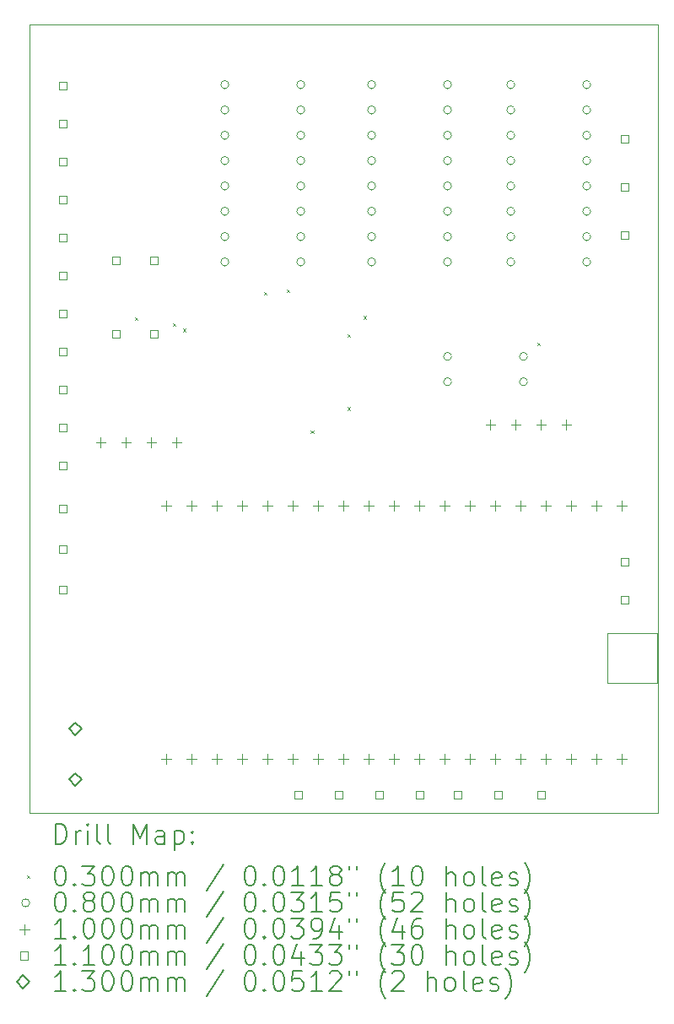
<source format=gbr>
%TF.GenerationSoftware,KiCad,Pcbnew,8.0.9-8.0.9-0~ubuntu22.04.1*%
%TF.CreationDate,2025-03-11T21:38:13+01:00*%
%TF.ProjectId,BrakeOutBoard,4272616b-654f-4757-9442-6f6172642e6b,rev?*%
%TF.SameCoordinates,Original*%
%TF.FileFunction,Drillmap*%
%TF.FilePolarity,Positive*%
%FSLAX45Y45*%
G04 Gerber Fmt 4.5, Leading zero omitted, Abs format (unit mm)*
G04 Created by KiCad (PCBNEW 8.0.9-8.0.9-0~ubuntu22.04.1) date 2025-03-11 21:38:13*
%MOMM*%
%LPD*%
G01*
G04 APERTURE LIST*
%ADD10C,0.050000*%
%ADD11C,0.200000*%
%ADD12C,0.100000*%
%ADD13C,0.110000*%
%ADD14C,0.130000*%
G04 APERTURE END LIST*
D10*
X12401160Y-7560320D02*
X18701160Y-7560320D01*
X18701160Y-15460320D01*
X12401160Y-15460320D01*
X12401160Y-7560320D01*
X18201160Y-13660320D02*
X18696160Y-13660320D01*
X18696160Y-14160320D01*
X18201160Y-14160320D01*
X18201160Y-13660320D01*
D11*
D12*
X13453360Y-10490720D02*
X13483360Y-10520720D01*
X13483360Y-10490720D02*
X13453360Y-10520720D01*
X13836160Y-10550720D02*
X13866160Y-10580720D01*
X13866160Y-10550720D02*
X13836160Y-10580720D01*
X13936160Y-10605320D02*
X13966160Y-10635320D01*
X13966160Y-10605320D02*
X13936160Y-10635320D01*
X14748760Y-10236720D02*
X14778760Y-10266720D01*
X14778760Y-10236720D02*
X14748760Y-10266720D01*
X14977360Y-10211320D02*
X15007360Y-10241320D01*
X15007360Y-10211320D02*
X14977360Y-10241320D01*
X15218733Y-11627893D02*
X15248733Y-11657893D01*
X15248733Y-11627893D02*
X15218733Y-11657893D01*
X15586160Y-11395320D02*
X15616160Y-11425320D01*
X15616160Y-11395320D02*
X15586160Y-11425320D01*
X15586960Y-10662720D02*
X15616960Y-10692720D01*
X15616960Y-10662720D02*
X15586960Y-10692720D01*
X15749760Y-10480320D02*
X15779760Y-10510320D01*
X15779760Y-10480320D02*
X15749760Y-10510320D01*
X17491960Y-10744720D02*
X17521960Y-10774720D01*
X17521960Y-10744720D02*
X17491960Y-10774720D01*
X14397360Y-8160320D02*
G75*
G02*
X14317360Y-8160320I-40000J0D01*
G01*
X14317360Y-8160320D02*
G75*
G02*
X14397360Y-8160320I40000J0D01*
G01*
X14397360Y-8414320D02*
G75*
G02*
X14317360Y-8414320I-40000J0D01*
G01*
X14317360Y-8414320D02*
G75*
G02*
X14397360Y-8414320I40000J0D01*
G01*
X14397360Y-8668320D02*
G75*
G02*
X14317360Y-8668320I-40000J0D01*
G01*
X14317360Y-8668320D02*
G75*
G02*
X14397360Y-8668320I40000J0D01*
G01*
X14397360Y-8922320D02*
G75*
G02*
X14317360Y-8922320I-40000J0D01*
G01*
X14317360Y-8922320D02*
G75*
G02*
X14397360Y-8922320I40000J0D01*
G01*
X14397360Y-9176320D02*
G75*
G02*
X14317360Y-9176320I-40000J0D01*
G01*
X14317360Y-9176320D02*
G75*
G02*
X14397360Y-9176320I40000J0D01*
G01*
X14397360Y-9430320D02*
G75*
G02*
X14317360Y-9430320I-40000J0D01*
G01*
X14317360Y-9430320D02*
G75*
G02*
X14397360Y-9430320I40000J0D01*
G01*
X14397360Y-9684320D02*
G75*
G02*
X14317360Y-9684320I-40000J0D01*
G01*
X14317360Y-9684320D02*
G75*
G02*
X14397360Y-9684320I40000J0D01*
G01*
X14397360Y-9938320D02*
G75*
G02*
X14317360Y-9938320I-40000J0D01*
G01*
X14317360Y-9938320D02*
G75*
G02*
X14397360Y-9938320I40000J0D01*
G01*
X15159360Y-8160320D02*
G75*
G02*
X15079360Y-8160320I-40000J0D01*
G01*
X15079360Y-8160320D02*
G75*
G02*
X15159360Y-8160320I40000J0D01*
G01*
X15159360Y-8414320D02*
G75*
G02*
X15079360Y-8414320I-40000J0D01*
G01*
X15079360Y-8414320D02*
G75*
G02*
X15159360Y-8414320I40000J0D01*
G01*
X15159360Y-8668320D02*
G75*
G02*
X15079360Y-8668320I-40000J0D01*
G01*
X15079360Y-8668320D02*
G75*
G02*
X15159360Y-8668320I40000J0D01*
G01*
X15159360Y-8922320D02*
G75*
G02*
X15079360Y-8922320I-40000J0D01*
G01*
X15079360Y-8922320D02*
G75*
G02*
X15159360Y-8922320I40000J0D01*
G01*
X15159360Y-9176320D02*
G75*
G02*
X15079360Y-9176320I-40000J0D01*
G01*
X15079360Y-9176320D02*
G75*
G02*
X15159360Y-9176320I40000J0D01*
G01*
X15159360Y-9430320D02*
G75*
G02*
X15079360Y-9430320I-40000J0D01*
G01*
X15079360Y-9430320D02*
G75*
G02*
X15159360Y-9430320I40000J0D01*
G01*
X15159360Y-9684320D02*
G75*
G02*
X15079360Y-9684320I-40000J0D01*
G01*
X15079360Y-9684320D02*
G75*
G02*
X15159360Y-9684320I40000J0D01*
G01*
X15159360Y-9938320D02*
G75*
G02*
X15079360Y-9938320I-40000J0D01*
G01*
X15079360Y-9938320D02*
G75*
G02*
X15159360Y-9938320I40000J0D01*
G01*
X15870560Y-8160320D02*
G75*
G02*
X15790560Y-8160320I-40000J0D01*
G01*
X15790560Y-8160320D02*
G75*
G02*
X15870560Y-8160320I40000J0D01*
G01*
X15870560Y-8414320D02*
G75*
G02*
X15790560Y-8414320I-40000J0D01*
G01*
X15790560Y-8414320D02*
G75*
G02*
X15870560Y-8414320I40000J0D01*
G01*
X15870560Y-8668320D02*
G75*
G02*
X15790560Y-8668320I-40000J0D01*
G01*
X15790560Y-8668320D02*
G75*
G02*
X15870560Y-8668320I40000J0D01*
G01*
X15870560Y-8922320D02*
G75*
G02*
X15790560Y-8922320I-40000J0D01*
G01*
X15790560Y-8922320D02*
G75*
G02*
X15870560Y-8922320I40000J0D01*
G01*
X15870560Y-9176320D02*
G75*
G02*
X15790560Y-9176320I-40000J0D01*
G01*
X15790560Y-9176320D02*
G75*
G02*
X15870560Y-9176320I40000J0D01*
G01*
X15870560Y-9430320D02*
G75*
G02*
X15790560Y-9430320I-40000J0D01*
G01*
X15790560Y-9430320D02*
G75*
G02*
X15870560Y-9430320I40000J0D01*
G01*
X15870560Y-9684320D02*
G75*
G02*
X15790560Y-9684320I-40000J0D01*
G01*
X15790560Y-9684320D02*
G75*
G02*
X15870560Y-9684320I40000J0D01*
G01*
X15870560Y-9938320D02*
G75*
G02*
X15790560Y-9938320I-40000J0D01*
G01*
X15790560Y-9938320D02*
G75*
G02*
X15870560Y-9938320I40000J0D01*
G01*
X16632560Y-8160320D02*
G75*
G02*
X16552560Y-8160320I-40000J0D01*
G01*
X16552560Y-8160320D02*
G75*
G02*
X16632560Y-8160320I40000J0D01*
G01*
X16632560Y-8414320D02*
G75*
G02*
X16552560Y-8414320I-40000J0D01*
G01*
X16552560Y-8414320D02*
G75*
G02*
X16632560Y-8414320I40000J0D01*
G01*
X16632560Y-8668320D02*
G75*
G02*
X16552560Y-8668320I-40000J0D01*
G01*
X16552560Y-8668320D02*
G75*
G02*
X16632560Y-8668320I40000J0D01*
G01*
X16632560Y-8922320D02*
G75*
G02*
X16552560Y-8922320I-40000J0D01*
G01*
X16552560Y-8922320D02*
G75*
G02*
X16632560Y-8922320I40000J0D01*
G01*
X16632560Y-9176320D02*
G75*
G02*
X16552560Y-9176320I-40000J0D01*
G01*
X16552560Y-9176320D02*
G75*
G02*
X16632560Y-9176320I40000J0D01*
G01*
X16632560Y-9430320D02*
G75*
G02*
X16552560Y-9430320I-40000J0D01*
G01*
X16552560Y-9430320D02*
G75*
G02*
X16632560Y-9430320I40000J0D01*
G01*
X16632560Y-9684320D02*
G75*
G02*
X16552560Y-9684320I-40000J0D01*
G01*
X16552560Y-9684320D02*
G75*
G02*
X16632560Y-9684320I40000J0D01*
G01*
X16632560Y-9938320D02*
G75*
G02*
X16552560Y-9938320I-40000J0D01*
G01*
X16552560Y-9938320D02*
G75*
G02*
X16632560Y-9938320I40000J0D01*
G01*
X16633560Y-10886220D02*
G75*
G02*
X16553560Y-10886220I-40000J0D01*
G01*
X16553560Y-10886220D02*
G75*
G02*
X16633560Y-10886220I40000J0D01*
G01*
X16633560Y-11140220D02*
G75*
G02*
X16553560Y-11140220I-40000J0D01*
G01*
X16553560Y-11140220D02*
G75*
G02*
X16633560Y-11140220I40000J0D01*
G01*
X17267310Y-8160320D02*
G75*
G02*
X17187310Y-8160320I-40000J0D01*
G01*
X17187310Y-8160320D02*
G75*
G02*
X17267310Y-8160320I40000J0D01*
G01*
X17267310Y-8414320D02*
G75*
G02*
X17187310Y-8414320I-40000J0D01*
G01*
X17187310Y-8414320D02*
G75*
G02*
X17267310Y-8414320I40000J0D01*
G01*
X17267310Y-8668320D02*
G75*
G02*
X17187310Y-8668320I-40000J0D01*
G01*
X17187310Y-8668320D02*
G75*
G02*
X17267310Y-8668320I40000J0D01*
G01*
X17267310Y-8922320D02*
G75*
G02*
X17187310Y-8922320I-40000J0D01*
G01*
X17187310Y-8922320D02*
G75*
G02*
X17267310Y-8922320I40000J0D01*
G01*
X17267310Y-9176320D02*
G75*
G02*
X17187310Y-9176320I-40000J0D01*
G01*
X17187310Y-9176320D02*
G75*
G02*
X17267310Y-9176320I40000J0D01*
G01*
X17267310Y-9430320D02*
G75*
G02*
X17187310Y-9430320I-40000J0D01*
G01*
X17187310Y-9430320D02*
G75*
G02*
X17267310Y-9430320I40000J0D01*
G01*
X17267310Y-9684320D02*
G75*
G02*
X17187310Y-9684320I-40000J0D01*
G01*
X17187310Y-9684320D02*
G75*
G02*
X17267310Y-9684320I40000J0D01*
G01*
X17267310Y-9938320D02*
G75*
G02*
X17187310Y-9938320I-40000J0D01*
G01*
X17187310Y-9938320D02*
G75*
G02*
X17267310Y-9938320I40000J0D01*
G01*
X17395560Y-10886220D02*
G75*
G02*
X17315560Y-10886220I-40000J0D01*
G01*
X17315560Y-10886220D02*
G75*
G02*
X17395560Y-10886220I40000J0D01*
G01*
X17395560Y-11140220D02*
G75*
G02*
X17315560Y-11140220I-40000J0D01*
G01*
X17315560Y-11140220D02*
G75*
G02*
X17395560Y-11140220I40000J0D01*
G01*
X18029310Y-8160320D02*
G75*
G02*
X17949310Y-8160320I-40000J0D01*
G01*
X17949310Y-8160320D02*
G75*
G02*
X18029310Y-8160320I40000J0D01*
G01*
X18029310Y-8414320D02*
G75*
G02*
X17949310Y-8414320I-40000J0D01*
G01*
X17949310Y-8414320D02*
G75*
G02*
X18029310Y-8414320I40000J0D01*
G01*
X18029310Y-8668320D02*
G75*
G02*
X17949310Y-8668320I-40000J0D01*
G01*
X17949310Y-8668320D02*
G75*
G02*
X18029310Y-8668320I40000J0D01*
G01*
X18029310Y-8922320D02*
G75*
G02*
X17949310Y-8922320I-40000J0D01*
G01*
X17949310Y-8922320D02*
G75*
G02*
X18029310Y-8922320I40000J0D01*
G01*
X18029310Y-9176320D02*
G75*
G02*
X17949310Y-9176320I-40000J0D01*
G01*
X17949310Y-9176320D02*
G75*
G02*
X18029310Y-9176320I40000J0D01*
G01*
X18029310Y-9430320D02*
G75*
G02*
X17949310Y-9430320I-40000J0D01*
G01*
X17949310Y-9430320D02*
G75*
G02*
X18029310Y-9430320I40000J0D01*
G01*
X18029310Y-9684320D02*
G75*
G02*
X17949310Y-9684320I-40000J0D01*
G01*
X17949310Y-9684320D02*
G75*
G02*
X18029310Y-9684320I40000J0D01*
G01*
X18029310Y-9938320D02*
G75*
G02*
X17949310Y-9938320I-40000J0D01*
G01*
X17949310Y-9938320D02*
G75*
G02*
X18029310Y-9938320I40000J0D01*
G01*
X13112760Y-11700320D02*
X13112760Y-11800320D01*
X13062760Y-11750320D02*
X13162760Y-11750320D01*
X13366760Y-11700320D02*
X13366760Y-11800320D01*
X13316760Y-11750320D02*
X13416760Y-11750320D01*
X13620760Y-11700320D02*
X13620760Y-11800320D01*
X13570760Y-11750320D02*
X13670760Y-11750320D01*
X13769180Y-12332780D02*
X13769180Y-12432780D01*
X13719180Y-12382780D02*
X13819180Y-12382780D01*
X13769180Y-14872780D02*
X13769180Y-14972780D01*
X13719180Y-14922780D02*
X13819180Y-14922780D01*
X13874760Y-11700320D02*
X13874760Y-11800320D01*
X13824760Y-11750320D02*
X13924760Y-11750320D01*
X14023180Y-12332780D02*
X14023180Y-12432780D01*
X13973180Y-12382780D02*
X14073180Y-12382780D01*
X14023180Y-14872780D02*
X14023180Y-14972780D01*
X13973180Y-14922780D02*
X14073180Y-14922780D01*
X14277180Y-12332780D02*
X14277180Y-12432780D01*
X14227180Y-12382780D02*
X14327180Y-12382780D01*
X14277180Y-14872780D02*
X14277180Y-14972780D01*
X14227180Y-14922780D02*
X14327180Y-14922780D01*
X14531180Y-12332780D02*
X14531180Y-12432780D01*
X14481180Y-12382780D02*
X14581180Y-12382780D01*
X14531180Y-14872780D02*
X14531180Y-14972780D01*
X14481180Y-14922780D02*
X14581180Y-14922780D01*
X14785180Y-12332780D02*
X14785180Y-12432780D01*
X14735180Y-12382780D02*
X14835180Y-12382780D01*
X14785180Y-14872780D02*
X14785180Y-14972780D01*
X14735180Y-14922780D02*
X14835180Y-14922780D01*
X15039180Y-12332780D02*
X15039180Y-12432780D01*
X14989180Y-12382780D02*
X15089180Y-12382780D01*
X15039180Y-14872780D02*
X15039180Y-14972780D01*
X14989180Y-14922780D02*
X15089180Y-14922780D01*
X15293180Y-12332780D02*
X15293180Y-12432780D01*
X15243180Y-12382780D02*
X15343180Y-12382780D01*
X15293180Y-14872780D02*
X15293180Y-14972780D01*
X15243180Y-14922780D02*
X15343180Y-14922780D01*
X15547180Y-12332780D02*
X15547180Y-12432780D01*
X15497180Y-12382780D02*
X15597180Y-12382780D01*
X15547180Y-14872780D02*
X15547180Y-14972780D01*
X15497180Y-14922780D02*
X15597180Y-14922780D01*
X15801180Y-12332780D02*
X15801180Y-12432780D01*
X15751180Y-12382780D02*
X15851180Y-12382780D01*
X15801180Y-14872780D02*
X15801180Y-14972780D01*
X15751180Y-14922780D02*
X15851180Y-14922780D01*
X16055180Y-12332780D02*
X16055180Y-12432780D01*
X16005180Y-12382780D02*
X16105180Y-12382780D01*
X16055180Y-14872780D02*
X16055180Y-14972780D01*
X16005180Y-14922780D02*
X16105180Y-14922780D01*
X16309180Y-12332780D02*
X16309180Y-12432780D01*
X16259180Y-12382780D02*
X16359180Y-12382780D01*
X16309180Y-14872780D02*
X16309180Y-14972780D01*
X16259180Y-14922780D02*
X16359180Y-14922780D01*
X16563180Y-12332780D02*
X16563180Y-12432780D01*
X16513180Y-12382780D02*
X16613180Y-12382780D01*
X16563180Y-14872780D02*
X16563180Y-14972780D01*
X16513180Y-14922780D02*
X16613180Y-14922780D01*
X16817180Y-12332780D02*
X16817180Y-12432780D01*
X16767180Y-12382780D02*
X16867180Y-12382780D01*
X16817180Y-14872780D02*
X16817180Y-14972780D01*
X16767180Y-14922780D02*
X16867180Y-14922780D01*
X17024360Y-11522520D02*
X17024360Y-11622520D01*
X16974360Y-11572520D02*
X17074360Y-11572520D01*
X17071180Y-12332780D02*
X17071180Y-12432780D01*
X17021180Y-12382780D02*
X17121180Y-12382780D01*
X17071180Y-14872780D02*
X17071180Y-14972780D01*
X17021180Y-14922780D02*
X17121180Y-14922780D01*
X17278360Y-11522520D02*
X17278360Y-11622520D01*
X17228360Y-11572520D02*
X17328360Y-11572520D01*
X17325180Y-12332780D02*
X17325180Y-12432780D01*
X17275180Y-12382780D02*
X17375180Y-12382780D01*
X17325180Y-14872780D02*
X17325180Y-14972780D01*
X17275180Y-14922780D02*
X17375180Y-14922780D01*
X17532360Y-11522520D02*
X17532360Y-11622520D01*
X17482360Y-11572520D02*
X17582360Y-11572520D01*
X17579180Y-12332780D02*
X17579180Y-12432780D01*
X17529180Y-12382780D02*
X17629180Y-12382780D01*
X17579180Y-14872780D02*
X17579180Y-14972780D01*
X17529180Y-14922780D02*
X17629180Y-14922780D01*
X17786360Y-11522520D02*
X17786360Y-11622520D01*
X17736360Y-11572520D02*
X17836360Y-11572520D01*
X17833180Y-12332780D02*
X17833180Y-12432780D01*
X17783180Y-12382780D02*
X17883180Y-12382780D01*
X17833180Y-14872780D02*
X17833180Y-14972780D01*
X17783180Y-14922780D02*
X17883180Y-14922780D01*
X18087180Y-12332780D02*
X18087180Y-12432780D01*
X18037180Y-12382780D02*
X18137180Y-12382780D01*
X18087180Y-14872780D02*
X18087180Y-14972780D01*
X18037180Y-14922780D02*
X18137180Y-14922780D01*
X18341180Y-12332780D02*
X18341180Y-12432780D01*
X18291180Y-12382780D02*
X18391180Y-12382780D01*
X18341180Y-14872780D02*
X18341180Y-14972780D01*
X18291180Y-14922780D02*
X18391180Y-14922780D01*
D13*
X12770651Y-8207811D02*
X12770651Y-8130029D01*
X12692869Y-8130029D01*
X12692869Y-8207811D01*
X12770651Y-8207811D01*
X12770651Y-8588811D02*
X12770651Y-8511029D01*
X12692869Y-8511029D01*
X12692869Y-8588811D01*
X12770651Y-8588811D01*
X12770651Y-8969811D02*
X12770651Y-8892029D01*
X12692869Y-8892029D01*
X12692869Y-8969811D01*
X12770651Y-8969811D01*
X12770651Y-9350811D02*
X12770651Y-9273029D01*
X12692869Y-9273029D01*
X12692869Y-9350811D01*
X12770651Y-9350811D01*
X12770651Y-9731811D02*
X12770651Y-9654029D01*
X12692869Y-9654029D01*
X12692869Y-9731811D01*
X12770651Y-9731811D01*
X12770651Y-10112811D02*
X12770651Y-10035029D01*
X12692869Y-10035029D01*
X12692869Y-10112811D01*
X12770651Y-10112811D01*
X12770651Y-10493811D02*
X12770651Y-10416029D01*
X12692869Y-10416029D01*
X12692869Y-10493811D01*
X12770651Y-10493811D01*
X12770651Y-10874811D02*
X12770651Y-10797029D01*
X12692869Y-10797029D01*
X12692869Y-10874811D01*
X12770651Y-10874811D01*
X12770651Y-11255811D02*
X12770651Y-11178029D01*
X12692869Y-11178029D01*
X12692869Y-11255811D01*
X12770651Y-11255811D01*
X12770651Y-11636811D02*
X12770651Y-11559029D01*
X12692869Y-11559029D01*
X12692869Y-11636811D01*
X12770651Y-11636811D01*
X12770651Y-12017811D02*
X12770651Y-11940029D01*
X12692869Y-11940029D01*
X12692869Y-12017811D01*
X12770651Y-12017811D01*
X12770651Y-12449611D02*
X12770651Y-12371829D01*
X12692869Y-12371829D01*
X12692869Y-12449611D01*
X12770651Y-12449611D01*
X12770651Y-12856011D02*
X12770651Y-12778229D01*
X12692869Y-12778229D01*
X12692869Y-12856011D01*
X12770651Y-12856011D01*
X12770651Y-13262411D02*
X12770651Y-13184629D01*
X12692869Y-13184629D01*
X12692869Y-13262411D01*
X12770651Y-13262411D01*
X13304051Y-9960411D02*
X13304051Y-9882629D01*
X13226269Y-9882629D01*
X13226269Y-9960411D01*
X13304051Y-9960411D01*
X13304051Y-10697011D02*
X13304051Y-10619229D01*
X13226269Y-10619229D01*
X13226269Y-10697011D01*
X13304051Y-10697011D01*
X13685051Y-9960411D02*
X13685051Y-9882629D01*
X13607269Y-9882629D01*
X13607269Y-9960411D01*
X13685051Y-9960411D01*
X13685051Y-10697011D02*
X13685051Y-10619229D01*
X13607269Y-10619229D01*
X13607269Y-10697011D01*
X13685051Y-10697011D01*
X15132851Y-15319811D02*
X15132851Y-15242029D01*
X15055069Y-15242029D01*
X15055069Y-15319811D01*
X15132851Y-15319811D01*
X15539251Y-15319811D02*
X15539251Y-15242029D01*
X15461469Y-15242029D01*
X15461469Y-15319811D01*
X15539251Y-15319811D01*
X15945651Y-15319811D02*
X15945651Y-15242029D01*
X15867869Y-15242029D01*
X15867869Y-15319811D01*
X15945651Y-15319811D01*
X16352051Y-15319811D02*
X16352051Y-15242029D01*
X16274269Y-15242029D01*
X16274269Y-15319811D01*
X16352051Y-15319811D01*
X16733051Y-15319811D02*
X16733051Y-15242029D01*
X16655269Y-15242029D01*
X16655269Y-15319811D01*
X16733051Y-15319811D01*
X17139451Y-15319811D02*
X17139451Y-15242029D01*
X17061669Y-15242029D01*
X17061669Y-15319811D01*
X17139451Y-15319811D01*
X17571251Y-15319811D02*
X17571251Y-15242029D01*
X17493469Y-15242029D01*
X17493469Y-15319811D01*
X17571251Y-15319811D01*
X18409451Y-8741211D02*
X18409451Y-8663429D01*
X18331669Y-8663429D01*
X18331669Y-8741211D01*
X18409451Y-8741211D01*
X18409451Y-9223811D02*
X18409451Y-9146029D01*
X18331669Y-9146029D01*
X18331669Y-9223811D01*
X18409451Y-9223811D01*
X18409451Y-9706411D02*
X18409451Y-9628629D01*
X18331669Y-9628629D01*
X18331669Y-9706411D01*
X18409451Y-9706411D01*
X18409451Y-12983011D02*
X18409451Y-12905229D01*
X18331669Y-12905229D01*
X18331669Y-12983011D01*
X18409451Y-12983011D01*
X18409451Y-13364011D02*
X18409451Y-13286229D01*
X18331669Y-13286229D01*
X18331669Y-13364011D01*
X18409451Y-13364011D01*
D14*
X12856260Y-14685970D02*
X12921260Y-14620970D01*
X12856260Y-14555970D01*
X12791260Y-14620970D01*
X12856260Y-14685970D01*
X12856260Y-15193970D02*
X12921260Y-15128970D01*
X12856260Y-15063970D01*
X12791260Y-15128970D01*
X12856260Y-15193970D01*
D11*
X12659437Y-15774304D02*
X12659437Y-15574304D01*
X12659437Y-15574304D02*
X12707056Y-15574304D01*
X12707056Y-15574304D02*
X12735627Y-15583828D01*
X12735627Y-15583828D02*
X12754675Y-15602875D01*
X12754675Y-15602875D02*
X12764199Y-15621923D01*
X12764199Y-15621923D02*
X12773722Y-15660018D01*
X12773722Y-15660018D02*
X12773722Y-15688589D01*
X12773722Y-15688589D02*
X12764199Y-15726685D01*
X12764199Y-15726685D02*
X12754675Y-15745732D01*
X12754675Y-15745732D02*
X12735627Y-15764780D01*
X12735627Y-15764780D02*
X12707056Y-15774304D01*
X12707056Y-15774304D02*
X12659437Y-15774304D01*
X12859437Y-15774304D02*
X12859437Y-15640970D01*
X12859437Y-15679066D02*
X12868961Y-15660018D01*
X12868961Y-15660018D02*
X12878484Y-15650494D01*
X12878484Y-15650494D02*
X12897532Y-15640970D01*
X12897532Y-15640970D02*
X12916580Y-15640970D01*
X12983246Y-15774304D02*
X12983246Y-15640970D01*
X12983246Y-15574304D02*
X12973722Y-15583828D01*
X12973722Y-15583828D02*
X12983246Y-15593351D01*
X12983246Y-15593351D02*
X12992770Y-15583828D01*
X12992770Y-15583828D02*
X12983246Y-15574304D01*
X12983246Y-15574304D02*
X12983246Y-15593351D01*
X13107056Y-15774304D02*
X13088008Y-15764780D01*
X13088008Y-15764780D02*
X13078484Y-15745732D01*
X13078484Y-15745732D02*
X13078484Y-15574304D01*
X13211818Y-15774304D02*
X13192770Y-15764780D01*
X13192770Y-15764780D02*
X13183246Y-15745732D01*
X13183246Y-15745732D02*
X13183246Y-15574304D01*
X13440389Y-15774304D02*
X13440389Y-15574304D01*
X13440389Y-15574304D02*
X13507056Y-15717161D01*
X13507056Y-15717161D02*
X13573722Y-15574304D01*
X13573722Y-15574304D02*
X13573722Y-15774304D01*
X13754675Y-15774304D02*
X13754675Y-15669542D01*
X13754675Y-15669542D02*
X13745151Y-15650494D01*
X13745151Y-15650494D02*
X13726103Y-15640970D01*
X13726103Y-15640970D02*
X13688008Y-15640970D01*
X13688008Y-15640970D02*
X13668961Y-15650494D01*
X13754675Y-15764780D02*
X13735627Y-15774304D01*
X13735627Y-15774304D02*
X13688008Y-15774304D01*
X13688008Y-15774304D02*
X13668961Y-15764780D01*
X13668961Y-15764780D02*
X13659437Y-15745732D01*
X13659437Y-15745732D02*
X13659437Y-15726685D01*
X13659437Y-15726685D02*
X13668961Y-15707637D01*
X13668961Y-15707637D02*
X13688008Y-15698113D01*
X13688008Y-15698113D02*
X13735627Y-15698113D01*
X13735627Y-15698113D02*
X13754675Y-15688589D01*
X13849913Y-15640970D02*
X13849913Y-15840970D01*
X13849913Y-15650494D02*
X13868961Y-15640970D01*
X13868961Y-15640970D02*
X13907056Y-15640970D01*
X13907056Y-15640970D02*
X13926103Y-15650494D01*
X13926103Y-15650494D02*
X13935627Y-15660018D01*
X13935627Y-15660018D02*
X13945151Y-15679066D01*
X13945151Y-15679066D02*
X13945151Y-15736208D01*
X13945151Y-15736208D02*
X13935627Y-15755256D01*
X13935627Y-15755256D02*
X13926103Y-15764780D01*
X13926103Y-15764780D02*
X13907056Y-15774304D01*
X13907056Y-15774304D02*
X13868961Y-15774304D01*
X13868961Y-15774304D02*
X13849913Y-15764780D01*
X14030865Y-15755256D02*
X14040389Y-15764780D01*
X14040389Y-15764780D02*
X14030865Y-15774304D01*
X14030865Y-15774304D02*
X14021342Y-15764780D01*
X14021342Y-15764780D02*
X14030865Y-15755256D01*
X14030865Y-15755256D02*
X14030865Y-15774304D01*
X14030865Y-15650494D02*
X14040389Y-15660018D01*
X14040389Y-15660018D02*
X14030865Y-15669542D01*
X14030865Y-15669542D02*
X14021342Y-15660018D01*
X14021342Y-15660018D02*
X14030865Y-15650494D01*
X14030865Y-15650494D02*
X14030865Y-15669542D01*
D12*
X12368660Y-16087820D02*
X12398660Y-16117820D01*
X12398660Y-16087820D02*
X12368660Y-16117820D01*
D11*
X12697532Y-15994304D02*
X12716580Y-15994304D01*
X12716580Y-15994304D02*
X12735627Y-16003828D01*
X12735627Y-16003828D02*
X12745151Y-16013351D01*
X12745151Y-16013351D02*
X12754675Y-16032399D01*
X12754675Y-16032399D02*
X12764199Y-16070494D01*
X12764199Y-16070494D02*
X12764199Y-16118113D01*
X12764199Y-16118113D02*
X12754675Y-16156208D01*
X12754675Y-16156208D02*
X12745151Y-16175256D01*
X12745151Y-16175256D02*
X12735627Y-16184780D01*
X12735627Y-16184780D02*
X12716580Y-16194304D01*
X12716580Y-16194304D02*
X12697532Y-16194304D01*
X12697532Y-16194304D02*
X12678484Y-16184780D01*
X12678484Y-16184780D02*
X12668961Y-16175256D01*
X12668961Y-16175256D02*
X12659437Y-16156208D01*
X12659437Y-16156208D02*
X12649913Y-16118113D01*
X12649913Y-16118113D02*
X12649913Y-16070494D01*
X12649913Y-16070494D02*
X12659437Y-16032399D01*
X12659437Y-16032399D02*
X12668961Y-16013351D01*
X12668961Y-16013351D02*
X12678484Y-16003828D01*
X12678484Y-16003828D02*
X12697532Y-15994304D01*
X12849913Y-16175256D02*
X12859437Y-16184780D01*
X12859437Y-16184780D02*
X12849913Y-16194304D01*
X12849913Y-16194304D02*
X12840389Y-16184780D01*
X12840389Y-16184780D02*
X12849913Y-16175256D01*
X12849913Y-16175256D02*
X12849913Y-16194304D01*
X12926103Y-15994304D02*
X13049913Y-15994304D01*
X13049913Y-15994304D02*
X12983246Y-16070494D01*
X12983246Y-16070494D02*
X13011818Y-16070494D01*
X13011818Y-16070494D02*
X13030865Y-16080018D01*
X13030865Y-16080018D02*
X13040389Y-16089542D01*
X13040389Y-16089542D02*
X13049913Y-16108589D01*
X13049913Y-16108589D02*
X13049913Y-16156208D01*
X13049913Y-16156208D02*
X13040389Y-16175256D01*
X13040389Y-16175256D02*
X13030865Y-16184780D01*
X13030865Y-16184780D02*
X13011818Y-16194304D01*
X13011818Y-16194304D02*
X12954675Y-16194304D01*
X12954675Y-16194304D02*
X12935627Y-16184780D01*
X12935627Y-16184780D02*
X12926103Y-16175256D01*
X13173722Y-15994304D02*
X13192770Y-15994304D01*
X13192770Y-15994304D02*
X13211818Y-16003828D01*
X13211818Y-16003828D02*
X13221342Y-16013351D01*
X13221342Y-16013351D02*
X13230865Y-16032399D01*
X13230865Y-16032399D02*
X13240389Y-16070494D01*
X13240389Y-16070494D02*
X13240389Y-16118113D01*
X13240389Y-16118113D02*
X13230865Y-16156208D01*
X13230865Y-16156208D02*
X13221342Y-16175256D01*
X13221342Y-16175256D02*
X13211818Y-16184780D01*
X13211818Y-16184780D02*
X13192770Y-16194304D01*
X13192770Y-16194304D02*
X13173722Y-16194304D01*
X13173722Y-16194304D02*
X13154675Y-16184780D01*
X13154675Y-16184780D02*
X13145151Y-16175256D01*
X13145151Y-16175256D02*
X13135627Y-16156208D01*
X13135627Y-16156208D02*
X13126103Y-16118113D01*
X13126103Y-16118113D02*
X13126103Y-16070494D01*
X13126103Y-16070494D02*
X13135627Y-16032399D01*
X13135627Y-16032399D02*
X13145151Y-16013351D01*
X13145151Y-16013351D02*
X13154675Y-16003828D01*
X13154675Y-16003828D02*
X13173722Y-15994304D01*
X13364199Y-15994304D02*
X13383246Y-15994304D01*
X13383246Y-15994304D02*
X13402294Y-16003828D01*
X13402294Y-16003828D02*
X13411818Y-16013351D01*
X13411818Y-16013351D02*
X13421342Y-16032399D01*
X13421342Y-16032399D02*
X13430865Y-16070494D01*
X13430865Y-16070494D02*
X13430865Y-16118113D01*
X13430865Y-16118113D02*
X13421342Y-16156208D01*
X13421342Y-16156208D02*
X13411818Y-16175256D01*
X13411818Y-16175256D02*
X13402294Y-16184780D01*
X13402294Y-16184780D02*
X13383246Y-16194304D01*
X13383246Y-16194304D02*
X13364199Y-16194304D01*
X13364199Y-16194304D02*
X13345151Y-16184780D01*
X13345151Y-16184780D02*
X13335627Y-16175256D01*
X13335627Y-16175256D02*
X13326103Y-16156208D01*
X13326103Y-16156208D02*
X13316580Y-16118113D01*
X13316580Y-16118113D02*
X13316580Y-16070494D01*
X13316580Y-16070494D02*
X13326103Y-16032399D01*
X13326103Y-16032399D02*
X13335627Y-16013351D01*
X13335627Y-16013351D02*
X13345151Y-16003828D01*
X13345151Y-16003828D02*
X13364199Y-15994304D01*
X13516580Y-16194304D02*
X13516580Y-16060970D01*
X13516580Y-16080018D02*
X13526103Y-16070494D01*
X13526103Y-16070494D02*
X13545151Y-16060970D01*
X13545151Y-16060970D02*
X13573723Y-16060970D01*
X13573723Y-16060970D02*
X13592770Y-16070494D01*
X13592770Y-16070494D02*
X13602294Y-16089542D01*
X13602294Y-16089542D02*
X13602294Y-16194304D01*
X13602294Y-16089542D02*
X13611818Y-16070494D01*
X13611818Y-16070494D02*
X13630865Y-16060970D01*
X13630865Y-16060970D02*
X13659437Y-16060970D01*
X13659437Y-16060970D02*
X13678484Y-16070494D01*
X13678484Y-16070494D02*
X13688008Y-16089542D01*
X13688008Y-16089542D02*
X13688008Y-16194304D01*
X13783246Y-16194304D02*
X13783246Y-16060970D01*
X13783246Y-16080018D02*
X13792770Y-16070494D01*
X13792770Y-16070494D02*
X13811818Y-16060970D01*
X13811818Y-16060970D02*
X13840389Y-16060970D01*
X13840389Y-16060970D02*
X13859437Y-16070494D01*
X13859437Y-16070494D02*
X13868961Y-16089542D01*
X13868961Y-16089542D02*
X13868961Y-16194304D01*
X13868961Y-16089542D02*
X13878484Y-16070494D01*
X13878484Y-16070494D02*
X13897532Y-16060970D01*
X13897532Y-16060970D02*
X13926103Y-16060970D01*
X13926103Y-16060970D02*
X13945151Y-16070494D01*
X13945151Y-16070494D02*
X13954675Y-16089542D01*
X13954675Y-16089542D02*
X13954675Y-16194304D01*
X14345151Y-15984780D02*
X14173723Y-16241923D01*
X14602294Y-15994304D02*
X14621342Y-15994304D01*
X14621342Y-15994304D02*
X14640389Y-16003828D01*
X14640389Y-16003828D02*
X14649913Y-16013351D01*
X14649913Y-16013351D02*
X14659437Y-16032399D01*
X14659437Y-16032399D02*
X14668961Y-16070494D01*
X14668961Y-16070494D02*
X14668961Y-16118113D01*
X14668961Y-16118113D02*
X14659437Y-16156208D01*
X14659437Y-16156208D02*
X14649913Y-16175256D01*
X14649913Y-16175256D02*
X14640389Y-16184780D01*
X14640389Y-16184780D02*
X14621342Y-16194304D01*
X14621342Y-16194304D02*
X14602294Y-16194304D01*
X14602294Y-16194304D02*
X14583246Y-16184780D01*
X14583246Y-16184780D02*
X14573723Y-16175256D01*
X14573723Y-16175256D02*
X14564199Y-16156208D01*
X14564199Y-16156208D02*
X14554675Y-16118113D01*
X14554675Y-16118113D02*
X14554675Y-16070494D01*
X14554675Y-16070494D02*
X14564199Y-16032399D01*
X14564199Y-16032399D02*
X14573723Y-16013351D01*
X14573723Y-16013351D02*
X14583246Y-16003828D01*
X14583246Y-16003828D02*
X14602294Y-15994304D01*
X14754675Y-16175256D02*
X14764199Y-16184780D01*
X14764199Y-16184780D02*
X14754675Y-16194304D01*
X14754675Y-16194304D02*
X14745151Y-16184780D01*
X14745151Y-16184780D02*
X14754675Y-16175256D01*
X14754675Y-16175256D02*
X14754675Y-16194304D01*
X14888008Y-15994304D02*
X14907056Y-15994304D01*
X14907056Y-15994304D02*
X14926104Y-16003828D01*
X14926104Y-16003828D02*
X14935627Y-16013351D01*
X14935627Y-16013351D02*
X14945151Y-16032399D01*
X14945151Y-16032399D02*
X14954675Y-16070494D01*
X14954675Y-16070494D02*
X14954675Y-16118113D01*
X14954675Y-16118113D02*
X14945151Y-16156208D01*
X14945151Y-16156208D02*
X14935627Y-16175256D01*
X14935627Y-16175256D02*
X14926104Y-16184780D01*
X14926104Y-16184780D02*
X14907056Y-16194304D01*
X14907056Y-16194304D02*
X14888008Y-16194304D01*
X14888008Y-16194304D02*
X14868961Y-16184780D01*
X14868961Y-16184780D02*
X14859437Y-16175256D01*
X14859437Y-16175256D02*
X14849913Y-16156208D01*
X14849913Y-16156208D02*
X14840389Y-16118113D01*
X14840389Y-16118113D02*
X14840389Y-16070494D01*
X14840389Y-16070494D02*
X14849913Y-16032399D01*
X14849913Y-16032399D02*
X14859437Y-16013351D01*
X14859437Y-16013351D02*
X14868961Y-16003828D01*
X14868961Y-16003828D02*
X14888008Y-15994304D01*
X15145151Y-16194304D02*
X15030866Y-16194304D01*
X15088008Y-16194304D02*
X15088008Y-15994304D01*
X15088008Y-15994304D02*
X15068961Y-16022875D01*
X15068961Y-16022875D02*
X15049913Y-16041923D01*
X15049913Y-16041923D02*
X15030866Y-16051447D01*
X15335627Y-16194304D02*
X15221342Y-16194304D01*
X15278485Y-16194304D02*
X15278485Y-15994304D01*
X15278485Y-15994304D02*
X15259437Y-16022875D01*
X15259437Y-16022875D02*
X15240389Y-16041923D01*
X15240389Y-16041923D02*
X15221342Y-16051447D01*
X15449913Y-16080018D02*
X15430866Y-16070494D01*
X15430866Y-16070494D02*
X15421342Y-16060970D01*
X15421342Y-16060970D02*
X15411818Y-16041923D01*
X15411818Y-16041923D02*
X15411818Y-16032399D01*
X15411818Y-16032399D02*
X15421342Y-16013351D01*
X15421342Y-16013351D02*
X15430866Y-16003828D01*
X15430866Y-16003828D02*
X15449913Y-15994304D01*
X15449913Y-15994304D02*
X15488008Y-15994304D01*
X15488008Y-15994304D02*
X15507056Y-16003828D01*
X15507056Y-16003828D02*
X15516580Y-16013351D01*
X15516580Y-16013351D02*
X15526104Y-16032399D01*
X15526104Y-16032399D02*
X15526104Y-16041923D01*
X15526104Y-16041923D02*
X15516580Y-16060970D01*
X15516580Y-16060970D02*
X15507056Y-16070494D01*
X15507056Y-16070494D02*
X15488008Y-16080018D01*
X15488008Y-16080018D02*
X15449913Y-16080018D01*
X15449913Y-16080018D02*
X15430866Y-16089542D01*
X15430866Y-16089542D02*
X15421342Y-16099066D01*
X15421342Y-16099066D02*
X15411818Y-16118113D01*
X15411818Y-16118113D02*
X15411818Y-16156208D01*
X15411818Y-16156208D02*
X15421342Y-16175256D01*
X15421342Y-16175256D02*
X15430866Y-16184780D01*
X15430866Y-16184780D02*
X15449913Y-16194304D01*
X15449913Y-16194304D02*
X15488008Y-16194304D01*
X15488008Y-16194304D02*
X15507056Y-16184780D01*
X15507056Y-16184780D02*
X15516580Y-16175256D01*
X15516580Y-16175256D02*
X15526104Y-16156208D01*
X15526104Y-16156208D02*
X15526104Y-16118113D01*
X15526104Y-16118113D02*
X15516580Y-16099066D01*
X15516580Y-16099066D02*
X15507056Y-16089542D01*
X15507056Y-16089542D02*
X15488008Y-16080018D01*
X15602294Y-15994304D02*
X15602294Y-16032399D01*
X15678485Y-15994304D02*
X15678485Y-16032399D01*
X15973723Y-16270494D02*
X15964199Y-16260970D01*
X15964199Y-16260970D02*
X15945151Y-16232399D01*
X15945151Y-16232399D02*
X15935628Y-16213351D01*
X15935628Y-16213351D02*
X15926104Y-16184780D01*
X15926104Y-16184780D02*
X15916580Y-16137161D01*
X15916580Y-16137161D02*
X15916580Y-16099066D01*
X15916580Y-16099066D02*
X15926104Y-16051447D01*
X15926104Y-16051447D02*
X15935628Y-16022875D01*
X15935628Y-16022875D02*
X15945151Y-16003828D01*
X15945151Y-16003828D02*
X15964199Y-15975256D01*
X15964199Y-15975256D02*
X15973723Y-15965732D01*
X16154675Y-16194304D02*
X16040389Y-16194304D01*
X16097532Y-16194304D02*
X16097532Y-15994304D01*
X16097532Y-15994304D02*
X16078485Y-16022875D01*
X16078485Y-16022875D02*
X16059437Y-16041923D01*
X16059437Y-16041923D02*
X16040389Y-16051447D01*
X16278485Y-15994304D02*
X16297532Y-15994304D01*
X16297532Y-15994304D02*
X16316580Y-16003828D01*
X16316580Y-16003828D02*
X16326104Y-16013351D01*
X16326104Y-16013351D02*
X16335628Y-16032399D01*
X16335628Y-16032399D02*
X16345151Y-16070494D01*
X16345151Y-16070494D02*
X16345151Y-16118113D01*
X16345151Y-16118113D02*
X16335628Y-16156208D01*
X16335628Y-16156208D02*
X16326104Y-16175256D01*
X16326104Y-16175256D02*
X16316580Y-16184780D01*
X16316580Y-16184780D02*
X16297532Y-16194304D01*
X16297532Y-16194304D02*
X16278485Y-16194304D01*
X16278485Y-16194304D02*
X16259437Y-16184780D01*
X16259437Y-16184780D02*
X16249913Y-16175256D01*
X16249913Y-16175256D02*
X16240389Y-16156208D01*
X16240389Y-16156208D02*
X16230866Y-16118113D01*
X16230866Y-16118113D02*
X16230866Y-16070494D01*
X16230866Y-16070494D02*
X16240389Y-16032399D01*
X16240389Y-16032399D02*
X16249913Y-16013351D01*
X16249913Y-16013351D02*
X16259437Y-16003828D01*
X16259437Y-16003828D02*
X16278485Y-15994304D01*
X16583247Y-16194304D02*
X16583247Y-15994304D01*
X16668961Y-16194304D02*
X16668961Y-16089542D01*
X16668961Y-16089542D02*
X16659437Y-16070494D01*
X16659437Y-16070494D02*
X16640390Y-16060970D01*
X16640390Y-16060970D02*
X16611818Y-16060970D01*
X16611818Y-16060970D02*
X16592770Y-16070494D01*
X16592770Y-16070494D02*
X16583247Y-16080018D01*
X16792771Y-16194304D02*
X16773723Y-16184780D01*
X16773723Y-16184780D02*
X16764199Y-16175256D01*
X16764199Y-16175256D02*
X16754675Y-16156208D01*
X16754675Y-16156208D02*
X16754675Y-16099066D01*
X16754675Y-16099066D02*
X16764199Y-16080018D01*
X16764199Y-16080018D02*
X16773723Y-16070494D01*
X16773723Y-16070494D02*
X16792771Y-16060970D01*
X16792771Y-16060970D02*
X16821342Y-16060970D01*
X16821342Y-16060970D02*
X16840390Y-16070494D01*
X16840390Y-16070494D02*
X16849913Y-16080018D01*
X16849913Y-16080018D02*
X16859437Y-16099066D01*
X16859437Y-16099066D02*
X16859437Y-16156208D01*
X16859437Y-16156208D02*
X16849913Y-16175256D01*
X16849913Y-16175256D02*
X16840390Y-16184780D01*
X16840390Y-16184780D02*
X16821342Y-16194304D01*
X16821342Y-16194304D02*
X16792771Y-16194304D01*
X16973723Y-16194304D02*
X16954675Y-16184780D01*
X16954675Y-16184780D02*
X16945152Y-16165732D01*
X16945152Y-16165732D02*
X16945152Y-15994304D01*
X17126104Y-16184780D02*
X17107056Y-16194304D01*
X17107056Y-16194304D02*
X17068961Y-16194304D01*
X17068961Y-16194304D02*
X17049913Y-16184780D01*
X17049913Y-16184780D02*
X17040390Y-16165732D01*
X17040390Y-16165732D02*
X17040390Y-16089542D01*
X17040390Y-16089542D02*
X17049913Y-16070494D01*
X17049913Y-16070494D02*
X17068961Y-16060970D01*
X17068961Y-16060970D02*
X17107056Y-16060970D01*
X17107056Y-16060970D02*
X17126104Y-16070494D01*
X17126104Y-16070494D02*
X17135628Y-16089542D01*
X17135628Y-16089542D02*
X17135628Y-16108589D01*
X17135628Y-16108589D02*
X17040390Y-16127637D01*
X17211818Y-16184780D02*
X17230866Y-16194304D01*
X17230866Y-16194304D02*
X17268961Y-16194304D01*
X17268961Y-16194304D02*
X17288009Y-16184780D01*
X17288009Y-16184780D02*
X17297533Y-16165732D01*
X17297533Y-16165732D02*
X17297533Y-16156208D01*
X17297533Y-16156208D02*
X17288009Y-16137161D01*
X17288009Y-16137161D02*
X17268961Y-16127637D01*
X17268961Y-16127637D02*
X17240390Y-16127637D01*
X17240390Y-16127637D02*
X17221342Y-16118113D01*
X17221342Y-16118113D02*
X17211818Y-16099066D01*
X17211818Y-16099066D02*
X17211818Y-16089542D01*
X17211818Y-16089542D02*
X17221342Y-16070494D01*
X17221342Y-16070494D02*
X17240390Y-16060970D01*
X17240390Y-16060970D02*
X17268961Y-16060970D01*
X17268961Y-16060970D02*
X17288009Y-16070494D01*
X17364199Y-16270494D02*
X17373723Y-16260970D01*
X17373723Y-16260970D02*
X17392771Y-16232399D01*
X17392771Y-16232399D02*
X17402294Y-16213351D01*
X17402294Y-16213351D02*
X17411818Y-16184780D01*
X17411818Y-16184780D02*
X17421342Y-16137161D01*
X17421342Y-16137161D02*
X17421342Y-16099066D01*
X17421342Y-16099066D02*
X17411818Y-16051447D01*
X17411818Y-16051447D02*
X17402294Y-16022875D01*
X17402294Y-16022875D02*
X17392771Y-16003828D01*
X17392771Y-16003828D02*
X17373723Y-15975256D01*
X17373723Y-15975256D02*
X17364199Y-15965732D01*
D12*
X12398660Y-16366820D02*
G75*
G02*
X12318660Y-16366820I-40000J0D01*
G01*
X12318660Y-16366820D02*
G75*
G02*
X12398660Y-16366820I40000J0D01*
G01*
D11*
X12697532Y-16258304D02*
X12716580Y-16258304D01*
X12716580Y-16258304D02*
X12735627Y-16267828D01*
X12735627Y-16267828D02*
X12745151Y-16277351D01*
X12745151Y-16277351D02*
X12754675Y-16296399D01*
X12754675Y-16296399D02*
X12764199Y-16334494D01*
X12764199Y-16334494D02*
X12764199Y-16382113D01*
X12764199Y-16382113D02*
X12754675Y-16420208D01*
X12754675Y-16420208D02*
X12745151Y-16439256D01*
X12745151Y-16439256D02*
X12735627Y-16448780D01*
X12735627Y-16448780D02*
X12716580Y-16458304D01*
X12716580Y-16458304D02*
X12697532Y-16458304D01*
X12697532Y-16458304D02*
X12678484Y-16448780D01*
X12678484Y-16448780D02*
X12668961Y-16439256D01*
X12668961Y-16439256D02*
X12659437Y-16420208D01*
X12659437Y-16420208D02*
X12649913Y-16382113D01*
X12649913Y-16382113D02*
X12649913Y-16334494D01*
X12649913Y-16334494D02*
X12659437Y-16296399D01*
X12659437Y-16296399D02*
X12668961Y-16277351D01*
X12668961Y-16277351D02*
X12678484Y-16267828D01*
X12678484Y-16267828D02*
X12697532Y-16258304D01*
X12849913Y-16439256D02*
X12859437Y-16448780D01*
X12859437Y-16448780D02*
X12849913Y-16458304D01*
X12849913Y-16458304D02*
X12840389Y-16448780D01*
X12840389Y-16448780D02*
X12849913Y-16439256D01*
X12849913Y-16439256D02*
X12849913Y-16458304D01*
X12973722Y-16344018D02*
X12954675Y-16334494D01*
X12954675Y-16334494D02*
X12945151Y-16324970D01*
X12945151Y-16324970D02*
X12935627Y-16305923D01*
X12935627Y-16305923D02*
X12935627Y-16296399D01*
X12935627Y-16296399D02*
X12945151Y-16277351D01*
X12945151Y-16277351D02*
X12954675Y-16267828D01*
X12954675Y-16267828D02*
X12973722Y-16258304D01*
X12973722Y-16258304D02*
X13011818Y-16258304D01*
X13011818Y-16258304D02*
X13030865Y-16267828D01*
X13030865Y-16267828D02*
X13040389Y-16277351D01*
X13040389Y-16277351D02*
X13049913Y-16296399D01*
X13049913Y-16296399D02*
X13049913Y-16305923D01*
X13049913Y-16305923D02*
X13040389Y-16324970D01*
X13040389Y-16324970D02*
X13030865Y-16334494D01*
X13030865Y-16334494D02*
X13011818Y-16344018D01*
X13011818Y-16344018D02*
X12973722Y-16344018D01*
X12973722Y-16344018D02*
X12954675Y-16353542D01*
X12954675Y-16353542D02*
X12945151Y-16363066D01*
X12945151Y-16363066D02*
X12935627Y-16382113D01*
X12935627Y-16382113D02*
X12935627Y-16420208D01*
X12935627Y-16420208D02*
X12945151Y-16439256D01*
X12945151Y-16439256D02*
X12954675Y-16448780D01*
X12954675Y-16448780D02*
X12973722Y-16458304D01*
X12973722Y-16458304D02*
X13011818Y-16458304D01*
X13011818Y-16458304D02*
X13030865Y-16448780D01*
X13030865Y-16448780D02*
X13040389Y-16439256D01*
X13040389Y-16439256D02*
X13049913Y-16420208D01*
X13049913Y-16420208D02*
X13049913Y-16382113D01*
X13049913Y-16382113D02*
X13040389Y-16363066D01*
X13040389Y-16363066D02*
X13030865Y-16353542D01*
X13030865Y-16353542D02*
X13011818Y-16344018D01*
X13173722Y-16258304D02*
X13192770Y-16258304D01*
X13192770Y-16258304D02*
X13211818Y-16267828D01*
X13211818Y-16267828D02*
X13221342Y-16277351D01*
X13221342Y-16277351D02*
X13230865Y-16296399D01*
X13230865Y-16296399D02*
X13240389Y-16334494D01*
X13240389Y-16334494D02*
X13240389Y-16382113D01*
X13240389Y-16382113D02*
X13230865Y-16420208D01*
X13230865Y-16420208D02*
X13221342Y-16439256D01*
X13221342Y-16439256D02*
X13211818Y-16448780D01*
X13211818Y-16448780D02*
X13192770Y-16458304D01*
X13192770Y-16458304D02*
X13173722Y-16458304D01*
X13173722Y-16458304D02*
X13154675Y-16448780D01*
X13154675Y-16448780D02*
X13145151Y-16439256D01*
X13145151Y-16439256D02*
X13135627Y-16420208D01*
X13135627Y-16420208D02*
X13126103Y-16382113D01*
X13126103Y-16382113D02*
X13126103Y-16334494D01*
X13126103Y-16334494D02*
X13135627Y-16296399D01*
X13135627Y-16296399D02*
X13145151Y-16277351D01*
X13145151Y-16277351D02*
X13154675Y-16267828D01*
X13154675Y-16267828D02*
X13173722Y-16258304D01*
X13364199Y-16258304D02*
X13383246Y-16258304D01*
X13383246Y-16258304D02*
X13402294Y-16267828D01*
X13402294Y-16267828D02*
X13411818Y-16277351D01*
X13411818Y-16277351D02*
X13421342Y-16296399D01*
X13421342Y-16296399D02*
X13430865Y-16334494D01*
X13430865Y-16334494D02*
X13430865Y-16382113D01*
X13430865Y-16382113D02*
X13421342Y-16420208D01*
X13421342Y-16420208D02*
X13411818Y-16439256D01*
X13411818Y-16439256D02*
X13402294Y-16448780D01*
X13402294Y-16448780D02*
X13383246Y-16458304D01*
X13383246Y-16458304D02*
X13364199Y-16458304D01*
X13364199Y-16458304D02*
X13345151Y-16448780D01*
X13345151Y-16448780D02*
X13335627Y-16439256D01*
X13335627Y-16439256D02*
X13326103Y-16420208D01*
X13326103Y-16420208D02*
X13316580Y-16382113D01*
X13316580Y-16382113D02*
X13316580Y-16334494D01*
X13316580Y-16334494D02*
X13326103Y-16296399D01*
X13326103Y-16296399D02*
X13335627Y-16277351D01*
X13335627Y-16277351D02*
X13345151Y-16267828D01*
X13345151Y-16267828D02*
X13364199Y-16258304D01*
X13516580Y-16458304D02*
X13516580Y-16324970D01*
X13516580Y-16344018D02*
X13526103Y-16334494D01*
X13526103Y-16334494D02*
X13545151Y-16324970D01*
X13545151Y-16324970D02*
X13573723Y-16324970D01*
X13573723Y-16324970D02*
X13592770Y-16334494D01*
X13592770Y-16334494D02*
X13602294Y-16353542D01*
X13602294Y-16353542D02*
X13602294Y-16458304D01*
X13602294Y-16353542D02*
X13611818Y-16334494D01*
X13611818Y-16334494D02*
X13630865Y-16324970D01*
X13630865Y-16324970D02*
X13659437Y-16324970D01*
X13659437Y-16324970D02*
X13678484Y-16334494D01*
X13678484Y-16334494D02*
X13688008Y-16353542D01*
X13688008Y-16353542D02*
X13688008Y-16458304D01*
X13783246Y-16458304D02*
X13783246Y-16324970D01*
X13783246Y-16344018D02*
X13792770Y-16334494D01*
X13792770Y-16334494D02*
X13811818Y-16324970D01*
X13811818Y-16324970D02*
X13840389Y-16324970D01*
X13840389Y-16324970D02*
X13859437Y-16334494D01*
X13859437Y-16334494D02*
X13868961Y-16353542D01*
X13868961Y-16353542D02*
X13868961Y-16458304D01*
X13868961Y-16353542D02*
X13878484Y-16334494D01*
X13878484Y-16334494D02*
X13897532Y-16324970D01*
X13897532Y-16324970D02*
X13926103Y-16324970D01*
X13926103Y-16324970D02*
X13945151Y-16334494D01*
X13945151Y-16334494D02*
X13954675Y-16353542D01*
X13954675Y-16353542D02*
X13954675Y-16458304D01*
X14345151Y-16248780D02*
X14173723Y-16505923D01*
X14602294Y-16258304D02*
X14621342Y-16258304D01*
X14621342Y-16258304D02*
X14640389Y-16267828D01*
X14640389Y-16267828D02*
X14649913Y-16277351D01*
X14649913Y-16277351D02*
X14659437Y-16296399D01*
X14659437Y-16296399D02*
X14668961Y-16334494D01*
X14668961Y-16334494D02*
X14668961Y-16382113D01*
X14668961Y-16382113D02*
X14659437Y-16420208D01*
X14659437Y-16420208D02*
X14649913Y-16439256D01*
X14649913Y-16439256D02*
X14640389Y-16448780D01*
X14640389Y-16448780D02*
X14621342Y-16458304D01*
X14621342Y-16458304D02*
X14602294Y-16458304D01*
X14602294Y-16458304D02*
X14583246Y-16448780D01*
X14583246Y-16448780D02*
X14573723Y-16439256D01*
X14573723Y-16439256D02*
X14564199Y-16420208D01*
X14564199Y-16420208D02*
X14554675Y-16382113D01*
X14554675Y-16382113D02*
X14554675Y-16334494D01*
X14554675Y-16334494D02*
X14564199Y-16296399D01*
X14564199Y-16296399D02*
X14573723Y-16277351D01*
X14573723Y-16277351D02*
X14583246Y-16267828D01*
X14583246Y-16267828D02*
X14602294Y-16258304D01*
X14754675Y-16439256D02*
X14764199Y-16448780D01*
X14764199Y-16448780D02*
X14754675Y-16458304D01*
X14754675Y-16458304D02*
X14745151Y-16448780D01*
X14745151Y-16448780D02*
X14754675Y-16439256D01*
X14754675Y-16439256D02*
X14754675Y-16458304D01*
X14888008Y-16258304D02*
X14907056Y-16258304D01*
X14907056Y-16258304D02*
X14926104Y-16267828D01*
X14926104Y-16267828D02*
X14935627Y-16277351D01*
X14935627Y-16277351D02*
X14945151Y-16296399D01*
X14945151Y-16296399D02*
X14954675Y-16334494D01*
X14954675Y-16334494D02*
X14954675Y-16382113D01*
X14954675Y-16382113D02*
X14945151Y-16420208D01*
X14945151Y-16420208D02*
X14935627Y-16439256D01*
X14935627Y-16439256D02*
X14926104Y-16448780D01*
X14926104Y-16448780D02*
X14907056Y-16458304D01*
X14907056Y-16458304D02*
X14888008Y-16458304D01*
X14888008Y-16458304D02*
X14868961Y-16448780D01*
X14868961Y-16448780D02*
X14859437Y-16439256D01*
X14859437Y-16439256D02*
X14849913Y-16420208D01*
X14849913Y-16420208D02*
X14840389Y-16382113D01*
X14840389Y-16382113D02*
X14840389Y-16334494D01*
X14840389Y-16334494D02*
X14849913Y-16296399D01*
X14849913Y-16296399D02*
X14859437Y-16277351D01*
X14859437Y-16277351D02*
X14868961Y-16267828D01*
X14868961Y-16267828D02*
X14888008Y-16258304D01*
X15021342Y-16258304D02*
X15145151Y-16258304D01*
X15145151Y-16258304D02*
X15078485Y-16334494D01*
X15078485Y-16334494D02*
X15107056Y-16334494D01*
X15107056Y-16334494D02*
X15126104Y-16344018D01*
X15126104Y-16344018D02*
X15135627Y-16353542D01*
X15135627Y-16353542D02*
X15145151Y-16372589D01*
X15145151Y-16372589D02*
X15145151Y-16420208D01*
X15145151Y-16420208D02*
X15135627Y-16439256D01*
X15135627Y-16439256D02*
X15126104Y-16448780D01*
X15126104Y-16448780D02*
X15107056Y-16458304D01*
X15107056Y-16458304D02*
X15049913Y-16458304D01*
X15049913Y-16458304D02*
X15030866Y-16448780D01*
X15030866Y-16448780D02*
X15021342Y-16439256D01*
X15335627Y-16458304D02*
X15221342Y-16458304D01*
X15278485Y-16458304D02*
X15278485Y-16258304D01*
X15278485Y-16258304D02*
X15259437Y-16286875D01*
X15259437Y-16286875D02*
X15240389Y-16305923D01*
X15240389Y-16305923D02*
X15221342Y-16315447D01*
X15516580Y-16258304D02*
X15421342Y-16258304D01*
X15421342Y-16258304D02*
X15411818Y-16353542D01*
X15411818Y-16353542D02*
X15421342Y-16344018D01*
X15421342Y-16344018D02*
X15440389Y-16334494D01*
X15440389Y-16334494D02*
X15488008Y-16334494D01*
X15488008Y-16334494D02*
X15507056Y-16344018D01*
X15507056Y-16344018D02*
X15516580Y-16353542D01*
X15516580Y-16353542D02*
X15526104Y-16372589D01*
X15526104Y-16372589D02*
X15526104Y-16420208D01*
X15526104Y-16420208D02*
X15516580Y-16439256D01*
X15516580Y-16439256D02*
X15507056Y-16448780D01*
X15507056Y-16448780D02*
X15488008Y-16458304D01*
X15488008Y-16458304D02*
X15440389Y-16458304D01*
X15440389Y-16458304D02*
X15421342Y-16448780D01*
X15421342Y-16448780D02*
X15411818Y-16439256D01*
X15602294Y-16258304D02*
X15602294Y-16296399D01*
X15678485Y-16258304D02*
X15678485Y-16296399D01*
X15973723Y-16534494D02*
X15964199Y-16524970D01*
X15964199Y-16524970D02*
X15945151Y-16496399D01*
X15945151Y-16496399D02*
X15935628Y-16477351D01*
X15935628Y-16477351D02*
X15926104Y-16448780D01*
X15926104Y-16448780D02*
X15916580Y-16401161D01*
X15916580Y-16401161D02*
X15916580Y-16363066D01*
X15916580Y-16363066D02*
X15926104Y-16315447D01*
X15926104Y-16315447D02*
X15935628Y-16286875D01*
X15935628Y-16286875D02*
X15945151Y-16267828D01*
X15945151Y-16267828D02*
X15964199Y-16239256D01*
X15964199Y-16239256D02*
X15973723Y-16229732D01*
X16145151Y-16258304D02*
X16049913Y-16258304D01*
X16049913Y-16258304D02*
X16040389Y-16353542D01*
X16040389Y-16353542D02*
X16049913Y-16344018D01*
X16049913Y-16344018D02*
X16068961Y-16334494D01*
X16068961Y-16334494D02*
X16116580Y-16334494D01*
X16116580Y-16334494D02*
X16135628Y-16344018D01*
X16135628Y-16344018D02*
X16145151Y-16353542D01*
X16145151Y-16353542D02*
X16154675Y-16372589D01*
X16154675Y-16372589D02*
X16154675Y-16420208D01*
X16154675Y-16420208D02*
X16145151Y-16439256D01*
X16145151Y-16439256D02*
X16135628Y-16448780D01*
X16135628Y-16448780D02*
X16116580Y-16458304D01*
X16116580Y-16458304D02*
X16068961Y-16458304D01*
X16068961Y-16458304D02*
X16049913Y-16448780D01*
X16049913Y-16448780D02*
X16040389Y-16439256D01*
X16230866Y-16277351D02*
X16240389Y-16267828D01*
X16240389Y-16267828D02*
X16259437Y-16258304D01*
X16259437Y-16258304D02*
X16307056Y-16258304D01*
X16307056Y-16258304D02*
X16326104Y-16267828D01*
X16326104Y-16267828D02*
X16335628Y-16277351D01*
X16335628Y-16277351D02*
X16345151Y-16296399D01*
X16345151Y-16296399D02*
X16345151Y-16315447D01*
X16345151Y-16315447D02*
X16335628Y-16344018D01*
X16335628Y-16344018D02*
X16221342Y-16458304D01*
X16221342Y-16458304D02*
X16345151Y-16458304D01*
X16583247Y-16458304D02*
X16583247Y-16258304D01*
X16668961Y-16458304D02*
X16668961Y-16353542D01*
X16668961Y-16353542D02*
X16659437Y-16334494D01*
X16659437Y-16334494D02*
X16640390Y-16324970D01*
X16640390Y-16324970D02*
X16611818Y-16324970D01*
X16611818Y-16324970D02*
X16592770Y-16334494D01*
X16592770Y-16334494D02*
X16583247Y-16344018D01*
X16792771Y-16458304D02*
X16773723Y-16448780D01*
X16773723Y-16448780D02*
X16764199Y-16439256D01*
X16764199Y-16439256D02*
X16754675Y-16420208D01*
X16754675Y-16420208D02*
X16754675Y-16363066D01*
X16754675Y-16363066D02*
X16764199Y-16344018D01*
X16764199Y-16344018D02*
X16773723Y-16334494D01*
X16773723Y-16334494D02*
X16792771Y-16324970D01*
X16792771Y-16324970D02*
X16821342Y-16324970D01*
X16821342Y-16324970D02*
X16840390Y-16334494D01*
X16840390Y-16334494D02*
X16849913Y-16344018D01*
X16849913Y-16344018D02*
X16859437Y-16363066D01*
X16859437Y-16363066D02*
X16859437Y-16420208D01*
X16859437Y-16420208D02*
X16849913Y-16439256D01*
X16849913Y-16439256D02*
X16840390Y-16448780D01*
X16840390Y-16448780D02*
X16821342Y-16458304D01*
X16821342Y-16458304D02*
X16792771Y-16458304D01*
X16973723Y-16458304D02*
X16954675Y-16448780D01*
X16954675Y-16448780D02*
X16945152Y-16429732D01*
X16945152Y-16429732D02*
X16945152Y-16258304D01*
X17126104Y-16448780D02*
X17107056Y-16458304D01*
X17107056Y-16458304D02*
X17068961Y-16458304D01*
X17068961Y-16458304D02*
X17049913Y-16448780D01*
X17049913Y-16448780D02*
X17040390Y-16429732D01*
X17040390Y-16429732D02*
X17040390Y-16353542D01*
X17040390Y-16353542D02*
X17049913Y-16334494D01*
X17049913Y-16334494D02*
X17068961Y-16324970D01*
X17068961Y-16324970D02*
X17107056Y-16324970D01*
X17107056Y-16324970D02*
X17126104Y-16334494D01*
X17126104Y-16334494D02*
X17135628Y-16353542D01*
X17135628Y-16353542D02*
X17135628Y-16372589D01*
X17135628Y-16372589D02*
X17040390Y-16391637D01*
X17211818Y-16448780D02*
X17230866Y-16458304D01*
X17230866Y-16458304D02*
X17268961Y-16458304D01*
X17268961Y-16458304D02*
X17288009Y-16448780D01*
X17288009Y-16448780D02*
X17297533Y-16429732D01*
X17297533Y-16429732D02*
X17297533Y-16420208D01*
X17297533Y-16420208D02*
X17288009Y-16401161D01*
X17288009Y-16401161D02*
X17268961Y-16391637D01*
X17268961Y-16391637D02*
X17240390Y-16391637D01*
X17240390Y-16391637D02*
X17221342Y-16382113D01*
X17221342Y-16382113D02*
X17211818Y-16363066D01*
X17211818Y-16363066D02*
X17211818Y-16353542D01*
X17211818Y-16353542D02*
X17221342Y-16334494D01*
X17221342Y-16334494D02*
X17240390Y-16324970D01*
X17240390Y-16324970D02*
X17268961Y-16324970D01*
X17268961Y-16324970D02*
X17288009Y-16334494D01*
X17364199Y-16534494D02*
X17373723Y-16524970D01*
X17373723Y-16524970D02*
X17392771Y-16496399D01*
X17392771Y-16496399D02*
X17402294Y-16477351D01*
X17402294Y-16477351D02*
X17411818Y-16448780D01*
X17411818Y-16448780D02*
X17421342Y-16401161D01*
X17421342Y-16401161D02*
X17421342Y-16363066D01*
X17421342Y-16363066D02*
X17411818Y-16315447D01*
X17411818Y-16315447D02*
X17402294Y-16286875D01*
X17402294Y-16286875D02*
X17392771Y-16267828D01*
X17392771Y-16267828D02*
X17373723Y-16239256D01*
X17373723Y-16239256D02*
X17364199Y-16229732D01*
D12*
X12348660Y-16580820D02*
X12348660Y-16680820D01*
X12298660Y-16630820D02*
X12398660Y-16630820D01*
D11*
X12764199Y-16722304D02*
X12649913Y-16722304D01*
X12707056Y-16722304D02*
X12707056Y-16522304D01*
X12707056Y-16522304D02*
X12688008Y-16550875D01*
X12688008Y-16550875D02*
X12668961Y-16569923D01*
X12668961Y-16569923D02*
X12649913Y-16579447D01*
X12849913Y-16703256D02*
X12859437Y-16712780D01*
X12859437Y-16712780D02*
X12849913Y-16722304D01*
X12849913Y-16722304D02*
X12840389Y-16712780D01*
X12840389Y-16712780D02*
X12849913Y-16703256D01*
X12849913Y-16703256D02*
X12849913Y-16722304D01*
X12983246Y-16522304D02*
X13002294Y-16522304D01*
X13002294Y-16522304D02*
X13021342Y-16531828D01*
X13021342Y-16531828D02*
X13030865Y-16541351D01*
X13030865Y-16541351D02*
X13040389Y-16560399D01*
X13040389Y-16560399D02*
X13049913Y-16598494D01*
X13049913Y-16598494D02*
X13049913Y-16646113D01*
X13049913Y-16646113D02*
X13040389Y-16684208D01*
X13040389Y-16684208D02*
X13030865Y-16703256D01*
X13030865Y-16703256D02*
X13021342Y-16712780D01*
X13021342Y-16712780D02*
X13002294Y-16722304D01*
X13002294Y-16722304D02*
X12983246Y-16722304D01*
X12983246Y-16722304D02*
X12964199Y-16712780D01*
X12964199Y-16712780D02*
X12954675Y-16703256D01*
X12954675Y-16703256D02*
X12945151Y-16684208D01*
X12945151Y-16684208D02*
X12935627Y-16646113D01*
X12935627Y-16646113D02*
X12935627Y-16598494D01*
X12935627Y-16598494D02*
X12945151Y-16560399D01*
X12945151Y-16560399D02*
X12954675Y-16541351D01*
X12954675Y-16541351D02*
X12964199Y-16531828D01*
X12964199Y-16531828D02*
X12983246Y-16522304D01*
X13173722Y-16522304D02*
X13192770Y-16522304D01*
X13192770Y-16522304D02*
X13211818Y-16531828D01*
X13211818Y-16531828D02*
X13221342Y-16541351D01*
X13221342Y-16541351D02*
X13230865Y-16560399D01*
X13230865Y-16560399D02*
X13240389Y-16598494D01*
X13240389Y-16598494D02*
X13240389Y-16646113D01*
X13240389Y-16646113D02*
X13230865Y-16684208D01*
X13230865Y-16684208D02*
X13221342Y-16703256D01*
X13221342Y-16703256D02*
X13211818Y-16712780D01*
X13211818Y-16712780D02*
X13192770Y-16722304D01*
X13192770Y-16722304D02*
X13173722Y-16722304D01*
X13173722Y-16722304D02*
X13154675Y-16712780D01*
X13154675Y-16712780D02*
X13145151Y-16703256D01*
X13145151Y-16703256D02*
X13135627Y-16684208D01*
X13135627Y-16684208D02*
X13126103Y-16646113D01*
X13126103Y-16646113D02*
X13126103Y-16598494D01*
X13126103Y-16598494D02*
X13135627Y-16560399D01*
X13135627Y-16560399D02*
X13145151Y-16541351D01*
X13145151Y-16541351D02*
X13154675Y-16531828D01*
X13154675Y-16531828D02*
X13173722Y-16522304D01*
X13364199Y-16522304D02*
X13383246Y-16522304D01*
X13383246Y-16522304D02*
X13402294Y-16531828D01*
X13402294Y-16531828D02*
X13411818Y-16541351D01*
X13411818Y-16541351D02*
X13421342Y-16560399D01*
X13421342Y-16560399D02*
X13430865Y-16598494D01*
X13430865Y-16598494D02*
X13430865Y-16646113D01*
X13430865Y-16646113D02*
X13421342Y-16684208D01*
X13421342Y-16684208D02*
X13411818Y-16703256D01*
X13411818Y-16703256D02*
X13402294Y-16712780D01*
X13402294Y-16712780D02*
X13383246Y-16722304D01*
X13383246Y-16722304D02*
X13364199Y-16722304D01*
X13364199Y-16722304D02*
X13345151Y-16712780D01*
X13345151Y-16712780D02*
X13335627Y-16703256D01*
X13335627Y-16703256D02*
X13326103Y-16684208D01*
X13326103Y-16684208D02*
X13316580Y-16646113D01*
X13316580Y-16646113D02*
X13316580Y-16598494D01*
X13316580Y-16598494D02*
X13326103Y-16560399D01*
X13326103Y-16560399D02*
X13335627Y-16541351D01*
X13335627Y-16541351D02*
X13345151Y-16531828D01*
X13345151Y-16531828D02*
X13364199Y-16522304D01*
X13516580Y-16722304D02*
X13516580Y-16588970D01*
X13516580Y-16608018D02*
X13526103Y-16598494D01*
X13526103Y-16598494D02*
X13545151Y-16588970D01*
X13545151Y-16588970D02*
X13573723Y-16588970D01*
X13573723Y-16588970D02*
X13592770Y-16598494D01*
X13592770Y-16598494D02*
X13602294Y-16617542D01*
X13602294Y-16617542D02*
X13602294Y-16722304D01*
X13602294Y-16617542D02*
X13611818Y-16598494D01*
X13611818Y-16598494D02*
X13630865Y-16588970D01*
X13630865Y-16588970D02*
X13659437Y-16588970D01*
X13659437Y-16588970D02*
X13678484Y-16598494D01*
X13678484Y-16598494D02*
X13688008Y-16617542D01*
X13688008Y-16617542D02*
X13688008Y-16722304D01*
X13783246Y-16722304D02*
X13783246Y-16588970D01*
X13783246Y-16608018D02*
X13792770Y-16598494D01*
X13792770Y-16598494D02*
X13811818Y-16588970D01*
X13811818Y-16588970D02*
X13840389Y-16588970D01*
X13840389Y-16588970D02*
X13859437Y-16598494D01*
X13859437Y-16598494D02*
X13868961Y-16617542D01*
X13868961Y-16617542D02*
X13868961Y-16722304D01*
X13868961Y-16617542D02*
X13878484Y-16598494D01*
X13878484Y-16598494D02*
X13897532Y-16588970D01*
X13897532Y-16588970D02*
X13926103Y-16588970D01*
X13926103Y-16588970D02*
X13945151Y-16598494D01*
X13945151Y-16598494D02*
X13954675Y-16617542D01*
X13954675Y-16617542D02*
X13954675Y-16722304D01*
X14345151Y-16512780D02*
X14173723Y-16769923D01*
X14602294Y-16522304D02*
X14621342Y-16522304D01*
X14621342Y-16522304D02*
X14640389Y-16531828D01*
X14640389Y-16531828D02*
X14649913Y-16541351D01*
X14649913Y-16541351D02*
X14659437Y-16560399D01*
X14659437Y-16560399D02*
X14668961Y-16598494D01*
X14668961Y-16598494D02*
X14668961Y-16646113D01*
X14668961Y-16646113D02*
X14659437Y-16684208D01*
X14659437Y-16684208D02*
X14649913Y-16703256D01*
X14649913Y-16703256D02*
X14640389Y-16712780D01*
X14640389Y-16712780D02*
X14621342Y-16722304D01*
X14621342Y-16722304D02*
X14602294Y-16722304D01*
X14602294Y-16722304D02*
X14583246Y-16712780D01*
X14583246Y-16712780D02*
X14573723Y-16703256D01*
X14573723Y-16703256D02*
X14564199Y-16684208D01*
X14564199Y-16684208D02*
X14554675Y-16646113D01*
X14554675Y-16646113D02*
X14554675Y-16598494D01*
X14554675Y-16598494D02*
X14564199Y-16560399D01*
X14564199Y-16560399D02*
X14573723Y-16541351D01*
X14573723Y-16541351D02*
X14583246Y-16531828D01*
X14583246Y-16531828D02*
X14602294Y-16522304D01*
X14754675Y-16703256D02*
X14764199Y-16712780D01*
X14764199Y-16712780D02*
X14754675Y-16722304D01*
X14754675Y-16722304D02*
X14745151Y-16712780D01*
X14745151Y-16712780D02*
X14754675Y-16703256D01*
X14754675Y-16703256D02*
X14754675Y-16722304D01*
X14888008Y-16522304D02*
X14907056Y-16522304D01*
X14907056Y-16522304D02*
X14926104Y-16531828D01*
X14926104Y-16531828D02*
X14935627Y-16541351D01*
X14935627Y-16541351D02*
X14945151Y-16560399D01*
X14945151Y-16560399D02*
X14954675Y-16598494D01*
X14954675Y-16598494D02*
X14954675Y-16646113D01*
X14954675Y-16646113D02*
X14945151Y-16684208D01*
X14945151Y-16684208D02*
X14935627Y-16703256D01*
X14935627Y-16703256D02*
X14926104Y-16712780D01*
X14926104Y-16712780D02*
X14907056Y-16722304D01*
X14907056Y-16722304D02*
X14888008Y-16722304D01*
X14888008Y-16722304D02*
X14868961Y-16712780D01*
X14868961Y-16712780D02*
X14859437Y-16703256D01*
X14859437Y-16703256D02*
X14849913Y-16684208D01*
X14849913Y-16684208D02*
X14840389Y-16646113D01*
X14840389Y-16646113D02*
X14840389Y-16598494D01*
X14840389Y-16598494D02*
X14849913Y-16560399D01*
X14849913Y-16560399D02*
X14859437Y-16541351D01*
X14859437Y-16541351D02*
X14868961Y-16531828D01*
X14868961Y-16531828D02*
X14888008Y-16522304D01*
X15021342Y-16522304D02*
X15145151Y-16522304D01*
X15145151Y-16522304D02*
X15078485Y-16598494D01*
X15078485Y-16598494D02*
X15107056Y-16598494D01*
X15107056Y-16598494D02*
X15126104Y-16608018D01*
X15126104Y-16608018D02*
X15135627Y-16617542D01*
X15135627Y-16617542D02*
X15145151Y-16636589D01*
X15145151Y-16636589D02*
X15145151Y-16684208D01*
X15145151Y-16684208D02*
X15135627Y-16703256D01*
X15135627Y-16703256D02*
X15126104Y-16712780D01*
X15126104Y-16712780D02*
X15107056Y-16722304D01*
X15107056Y-16722304D02*
X15049913Y-16722304D01*
X15049913Y-16722304D02*
X15030866Y-16712780D01*
X15030866Y-16712780D02*
X15021342Y-16703256D01*
X15240389Y-16722304D02*
X15278485Y-16722304D01*
X15278485Y-16722304D02*
X15297532Y-16712780D01*
X15297532Y-16712780D02*
X15307056Y-16703256D01*
X15307056Y-16703256D02*
X15326104Y-16674685D01*
X15326104Y-16674685D02*
X15335627Y-16636589D01*
X15335627Y-16636589D02*
X15335627Y-16560399D01*
X15335627Y-16560399D02*
X15326104Y-16541351D01*
X15326104Y-16541351D02*
X15316580Y-16531828D01*
X15316580Y-16531828D02*
X15297532Y-16522304D01*
X15297532Y-16522304D02*
X15259437Y-16522304D01*
X15259437Y-16522304D02*
X15240389Y-16531828D01*
X15240389Y-16531828D02*
X15230866Y-16541351D01*
X15230866Y-16541351D02*
X15221342Y-16560399D01*
X15221342Y-16560399D02*
X15221342Y-16608018D01*
X15221342Y-16608018D02*
X15230866Y-16627066D01*
X15230866Y-16627066D02*
X15240389Y-16636589D01*
X15240389Y-16636589D02*
X15259437Y-16646113D01*
X15259437Y-16646113D02*
X15297532Y-16646113D01*
X15297532Y-16646113D02*
X15316580Y-16636589D01*
X15316580Y-16636589D02*
X15326104Y-16627066D01*
X15326104Y-16627066D02*
X15335627Y-16608018D01*
X15507056Y-16588970D02*
X15507056Y-16722304D01*
X15459437Y-16512780D02*
X15411818Y-16655637D01*
X15411818Y-16655637D02*
X15535627Y-16655637D01*
X15602294Y-16522304D02*
X15602294Y-16560399D01*
X15678485Y-16522304D02*
X15678485Y-16560399D01*
X15973723Y-16798494D02*
X15964199Y-16788970D01*
X15964199Y-16788970D02*
X15945151Y-16760399D01*
X15945151Y-16760399D02*
X15935628Y-16741351D01*
X15935628Y-16741351D02*
X15926104Y-16712780D01*
X15926104Y-16712780D02*
X15916580Y-16665161D01*
X15916580Y-16665161D02*
X15916580Y-16627066D01*
X15916580Y-16627066D02*
X15926104Y-16579447D01*
X15926104Y-16579447D02*
X15935628Y-16550875D01*
X15935628Y-16550875D02*
X15945151Y-16531828D01*
X15945151Y-16531828D02*
X15964199Y-16503256D01*
X15964199Y-16503256D02*
X15973723Y-16493732D01*
X16135628Y-16588970D02*
X16135628Y-16722304D01*
X16088008Y-16512780D02*
X16040389Y-16655637D01*
X16040389Y-16655637D02*
X16164199Y-16655637D01*
X16326104Y-16522304D02*
X16288008Y-16522304D01*
X16288008Y-16522304D02*
X16268961Y-16531828D01*
X16268961Y-16531828D02*
X16259437Y-16541351D01*
X16259437Y-16541351D02*
X16240389Y-16569923D01*
X16240389Y-16569923D02*
X16230866Y-16608018D01*
X16230866Y-16608018D02*
X16230866Y-16684208D01*
X16230866Y-16684208D02*
X16240389Y-16703256D01*
X16240389Y-16703256D02*
X16249913Y-16712780D01*
X16249913Y-16712780D02*
X16268961Y-16722304D01*
X16268961Y-16722304D02*
X16307056Y-16722304D01*
X16307056Y-16722304D02*
X16326104Y-16712780D01*
X16326104Y-16712780D02*
X16335628Y-16703256D01*
X16335628Y-16703256D02*
X16345151Y-16684208D01*
X16345151Y-16684208D02*
X16345151Y-16636589D01*
X16345151Y-16636589D02*
X16335628Y-16617542D01*
X16335628Y-16617542D02*
X16326104Y-16608018D01*
X16326104Y-16608018D02*
X16307056Y-16598494D01*
X16307056Y-16598494D02*
X16268961Y-16598494D01*
X16268961Y-16598494D02*
X16249913Y-16608018D01*
X16249913Y-16608018D02*
X16240389Y-16617542D01*
X16240389Y-16617542D02*
X16230866Y-16636589D01*
X16583247Y-16722304D02*
X16583247Y-16522304D01*
X16668961Y-16722304D02*
X16668961Y-16617542D01*
X16668961Y-16617542D02*
X16659437Y-16598494D01*
X16659437Y-16598494D02*
X16640390Y-16588970D01*
X16640390Y-16588970D02*
X16611818Y-16588970D01*
X16611818Y-16588970D02*
X16592770Y-16598494D01*
X16592770Y-16598494D02*
X16583247Y-16608018D01*
X16792771Y-16722304D02*
X16773723Y-16712780D01*
X16773723Y-16712780D02*
X16764199Y-16703256D01*
X16764199Y-16703256D02*
X16754675Y-16684208D01*
X16754675Y-16684208D02*
X16754675Y-16627066D01*
X16754675Y-16627066D02*
X16764199Y-16608018D01*
X16764199Y-16608018D02*
X16773723Y-16598494D01*
X16773723Y-16598494D02*
X16792771Y-16588970D01*
X16792771Y-16588970D02*
X16821342Y-16588970D01*
X16821342Y-16588970D02*
X16840390Y-16598494D01*
X16840390Y-16598494D02*
X16849913Y-16608018D01*
X16849913Y-16608018D02*
X16859437Y-16627066D01*
X16859437Y-16627066D02*
X16859437Y-16684208D01*
X16859437Y-16684208D02*
X16849913Y-16703256D01*
X16849913Y-16703256D02*
X16840390Y-16712780D01*
X16840390Y-16712780D02*
X16821342Y-16722304D01*
X16821342Y-16722304D02*
X16792771Y-16722304D01*
X16973723Y-16722304D02*
X16954675Y-16712780D01*
X16954675Y-16712780D02*
X16945152Y-16693732D01*
X16945152Y-16693732D02*
X16945152Y-16522304D01*
X17126104Y-16712780D02*
X17107056Y-16722304D01*
X17107056Y-16722304D02*
X17068961Y-16722304D01*
X17068961Y-16722304D02*
X17049913Y-16712780D01*
X17049913Y-16712780D02*
X17040390Y-16693732D01*
X17040390Y-16693732D02*
X17040390Y-16617542D01*
X17040390Y-16617542D02*
X17049913Y-16598494D01*
X17049913Y-16598494D02*
X17068961Y-16588970D01*
X17068961Y-16588970D02*
X17107056Y-16588970D01*
X17107056Y-16588970D02*
X17126104Y-16598494D01*
X17126104Y-16598494D02*
X17135628Y-16617542D01*
X17135628Y-16617542D02*
X17135628Y-16636589D01*
X17135628Y-16636589D02*
X17040390Y-16655637D01*
X17211818Y-16712780D02*
X17230866Y-16722304D01*
X17230866Y-16722304D02*
X17268961Y-16722304D01*
X17268961Y-16722304D02*
X17288009Y-16712780D01*
X17288009Y-16712780D02*
X17297533Y-16693732D01*
X17297533Y-16693732D02*
X17297533Y-16684208D01*
X17297533Y-16684208D02*
X17288009Y-16665161D01*
X17288009Y-16665161D02*
X17268961Y-16655637D01*
X17268961Y-16655637D02*
X17240390Y-16655637D01*
X17240390Y-16655637D02*
X17221342Y-16646113D01*
X17221342Y-16646113D02*
X17211818Y-16627066D01*
X17211818Y-16627066D02*
X17211818Y-16617542D01*
X17211818Y-16617542D02*
X17221342Y-16598494D01*
X17221342Y-16598494D02*
X17240390Y-16588970D01*
X17240390Y-16588970D02*
X17268961Y-16588970D01*
X17268961Y-16588970D02*
X17288009Y-16598494D01*
X17364199Y-16798494D02*
X17373723Y-16788970D01*
X17373723Y-16788970D02*
X17392771Y-16760399D01*
X17392771Y-16760399D02*
X17402294Y-16741351D01*
X17402294Y-16741351D02*
X17411818Y-16712780D01*
X17411818Y-16712780D02*
X17421342Y-16665161D01*
X17421342Y-16665161D02*
X17421342Y-16627066D01*
X17421342Y-16627066D02*
X17411818Y-16579447D01*
X17411818Y-16579447D02*
X17402294Y-16550875D01*
X17402294Y-16550875D02*
X17392771Y-16531828D01*
X17392771Y-16531828D02*
X17373723Y-16503256D01*
X17373723Y-16503256D02*
X17364199Y-16493732D01*
D13*
X12382551Y-16933711D02*
X12382551Y-16855929D01*
X12304769Y-16855929D01*
X12304769Y-16933711D01*
X12382551Y-16933711D01*
D11*
X12764199Y-16986304D02*
X12649913Y-16986304D01*
X12707056Y-16986304D02*
X12707056Y-16786304D01*
X12707056Y-16786304D02*
X12688008Y-16814875D01*
X12688008Y-16814875D02*
X12668961Y-16833923D01*
X12668961Y-16833923D02*
X12649913Y-16843447D01*
X12849913Y-16967256D02*
X12859437Y-16976780D01*
X12859437Y-16976780D02*
X12849913Y-16986304D01*
X12849913Y-16986304D02*
X12840389Y-16976780D01*
X12840389Y-16976780D02*
X12849913Y-16967256D01*
X12849913Y-16967256D02*
X12849913Y-16986304D01*
X13049913Y-16986304D02*
X12935627Y-16986304D01*
X12992770Y-16986304D02*
X12992770Y-16786304D01*
X12992770Y-16786304D02*
X12973722Y-16814875D01*
X12973722Y-16814875D02*
X12954675Y-16833923D01*
X12954675Y-16833923D02*
X12935627Y-16843447D01*
X13173722Y-16786304D02*
X13192770Y-16786304D01*
X13192770Y-16786304D02*
X13211818Y-16795828D01*
X13211818Y-16795828D02*
X13221342Y-16805351D01*
X13221342Y-16805351D02*
X13230865Y-16824399D01*
X13230865Y-16824399D02*
X13240389Y-16862494D01*
X13240389Y-16862494D02*
X13240389Y-16910113D01*
X13240389Y-16910113D02*
X13230865Y-16948209D01*
X13230865Y-16948209D02*
X13221342Y-16967256D01*
X13221342Y-16967256D02*
X13211818Y-16976780D01*
X13211818Y-16976780D02*
X13192770Y-16986304D01*
X13192770Y-16986304D02*
X13173722Y-16986304D01*
X13173722Y-16986304D02*
X13154675Y-16976780D01*
X13154675Y-16976780D02*
X13145151Y-16967256D01*
X13145151Y-16967256D02*
X13135627Y-16948209D01*
X13135627Y-16948209D02*
X13126103Y-16910113D01*
X13126103Y-16910113D02*
X13126103Y-16862494D01*
X13126103Y-16862494D02*
X13135627Y-16824399D01*
X13135627Y-16824399D02*
X13145151Y-16805351D01*
X13145151Y-16805351D02*
X13154675Y-16795828D01*
X13154675Y-16795828D02*
X13173722Y-16786304D01*
X13364199Y-16786304D02*
X13383246Y-16786304D01*
X13383246Y-16786304D02*
X13402294Y-16795828D01*
X13402294Y-16795828D02*
X13411818Y-16805351D01*
X13411818Y-16805351D02*
X13421342Y-16824399D01*
X13421342Y-16824399D02*
X13430865Y-16862494D01*
X13430865Y-16862494D02*
X13430865Y-16910113D01*
X13430865Y-16910113D02*
X13421342Y-16948209D01*
X13421342Y-16948209D02*
X13411818Y-16967256D01*
X13411818Y-16967256D02*
X13402294Y-16976780D01*
X13402294Y-16976780D02*
X13383246Y-16986304D01*
X13383246Y-16986304D02*
X13364199Y-16986304D01*
X13364199Y-16986304D02*
X13345151Y-16976780D01*
X13345151Y-16976780D02*
X13335627Y-16967256D01*
X13335627Y-16967256D02*
X13326103Y-16948209D01*
X13326103Y-16948209D02*
X13316580Y-16910113D01*
X13316580Y-16910113D02*
X13316580Y-16862494D01*
X13316580Y-16862494D02*
X13326103Y-16824399D01*
X13326103Y-16824399D02*
X13335627Y-16805351D01*
X13335627Y-16805351D02*
X13345151Y-16795828D01*
X13345151Y-16795828D02*
X13364199Y-16786304D01*
X13516580Y-16986304D02*
X13516580Y-16852970D01*
X13516580Y-16872018D02*
X13526103Y-16862494D01*
X13526103Y-16862494D02*
X13545151Y-16852970D01*
X13545151Y-16852970D02*
X13573723Y-16852970D01*
X13573723Y-16852970D02*
X13592770Y-16862494D01*
X13592770Y-16862494D02*
X13602294Y-16881542D01*
X13602294Y-16881542D02*
X13602294Y-16986304D01*
X13602294Y-16881542D02*
X13611818Y-16862494D01*
X13611818Y-16862494D02*
X13630865Y-16852970D01*
X13630865Y-16852970D02*
X13659437Y-16852970D01*
X13659437Y-16852970D02*
X13678484Y-16862494D01*
X13678484Y-16862494D02*
X13688008Y-16881542D01*
X13688008Y-16881542D02*
X13688008Y-16986304D01*
X13783246Y-16986304D02*
X13783246Y-16852970D01*
X13783246Y-16872018D02*
X13792770Y-16862494D01*
X13792770Y-16862494D02*
X13811818Y-16852970D01*
X13811818Y-16852970D02*
X13840389Y-16852970D01*
X13840389Y-16852970D02*
X13859437Y-16862494D01*
X13859437Y-16862494D02*
X13868961Y-16881542D01*
X13868961Y-16881542D02*
X13868961Y-16986304D01*
X13868961Y-16881542D02*
X13878484Y-16862494D01*
X13878484Y-16862494D02*
X13897532Y-16852970D01*
X13897532Y-16852970D02*
X13926103Y-16852970D01*
X13926103Y-16852970D02*
X13945151Y-16862494D01*
X13945151Y-16862494D02*
X13954675Y-16881542D01*
X13954675Y-16881542D02*
X13954675Y-16986304D01*
X14345151Y-16776780D02*
X14173723Y-17033923D01*
X14602294Y-16786304D02*
X14621342Y-16786304D01*
X14621342Y-16786304D02*
X14640389Y-16795828D01*
X14640389Y-16795828D02*
X14649913Y-16805351D01*
X14649913Y-16805351D02*
X14659437Y-16824399D01*
X14659437Y-16824399D02*
X14668961Y-16862494D01*
X14668961Y-16862494D02*
X14668961Y-16910113D01*
X14668961Y-16910113D02*
X14659437Y-16948209D01*
X14659437Y-16948209D02*
X14649913Y-16967256D01*
X14649913Y-16967256D02*
X14640389Y-16976780D01*
X14640389Y-16976780D02*
X14621342Y-16986304D01*
X14621342Y-16986304D02*
X14602294Y-16986304D01*
X14602294Y-16986304D02*
X14583246Y-16976780D01*
X14583246Y-16976780D02*
X14573723Y-16967256D01*
X14573723Y-16967256D02*
X14564199Y-16948209D01*
X14564199Y-16948209D02*
X14554675Y-16910113D01*
X14554675Y-16910113D02*
X14554675Y-16862494D01*
X14554675Y-16862494D02*
X14564199Y-16824399D01*
X14564199Y-16824399D02*
X14573723Y-16805351D01*
X14573723Y-16805351D02*
X14583246Y-16795828D01*
X14583246Y-16795828D02*
X14602294Y-16786304D01*
X14754675Y-16967256D02*
X14764199Y-16976780D01*
X14764199Y-16976780D02*
X14754675Y-16986304D01*
X14754675Y-16986304D02*
X14745151Y-16976780D01*
X14745151Y-16976780D02*
X14754675Y-16967256D01*
X14754675Y-16967256D02*
X14754675Y-16986304D01*
X14888008Y-16786304D02*
X14907056Y-16786304D01*
X14907056Y-16786304D02*
X14926104Y-16795828D01*
X14926104Y-16795828D02*
X14935627Y-16805351D01*
X14935627Y-16805351D02*
X14945151Y-16824399D01*
X14945151Y-16824399D02*
X14954675Y-16862494D01*
X14954675Y-16862494D02*
X14954675Y-16910113D01*
X14954675Y-16910113D02*
X14945151Y-16948209D01*
X14945151Y-16948209D02*
X14935627Y-16967256D01*
X14935627Y-16967256D02*
X14926104Y-16976780D01*
X14926104Y-16976780D02*
X14907056Y-16986304D01*
X14907056Y-16986304D02*
X14888008Y-16986304D01*
X14888008Y-16986304D02*
X14868961Y-16976780D01*
X14868961Y-16976780D02*
X14859437Y-16967256D01*
X14859437Y-16967256D02*
X14849913Y-16948209D01*
X14849913Y-16948209D02*
X14840389Y-16910113D01*
X14840389Y-16910113D02*
X14840389Y-16862494D01*
X14840389Y-16862494D02*
X14849913Y-16824399D01*
X14849913Y-16824399D02*
X14859437Y-16805351D01*
X14859437Y-16805351D02*
X14868961Y-16795828D01*
X14868961Y-16795828D02*
X14888008Y-16786304D01*
X15126104Y-16852970D02*
X15126104Y-16986304D01*
X15078485Y-16776780D02*
X15030866Y-16919637D01*
X15030866Y-16919637D02*
X15154675Y-16919637D01*
X15211818Y-16786304D02*
X15335627Y-16786304D01*
X15335627Y-16786304D02*
X15268961Y-16862494D01*
X15268961Y-16862494D02*
X15297532Y-16862494D01*
X15297532Y-16862494D02*
X15316580Y-16872018D01*
X15316580Y-16872018D02*
X15326104Y-16881542D01*
X15326104Y-16881542D02*
X15335627Y-16900590D01*
X15335627Y-16900590D02*
X15335627Y-16948209D01*
X15335627Y-16948209D02*
X15326104Y-16967256D01*
X15326104Y-16967256D02*
X15316580Y-16976780D01*
X15316580Y-16976780D02*
X15297532Y-16986304D01*
X15297532Y-16986304D02*
X15240389Y-16986304D01*
X15240389Y-16986304D02*
X15221342Y-16976780D01*
X15221342Y-16976780D02*
X15211818Y-16967256D01*
X15402294Y-16786304D02*
X15526104Y-16786304D01*
X15526104Y-16786304D02*
X15459437Y-16862494D01*
X15459437Y-16862494D02*
X15488008Y-16862494D01*
X15488008Y-16862494D02*
X15507056Y-16872018D01*
X15507056Y-16872018D02*
X15516580Y-16881542D01*
X15516580Y-16881542D02*
X15526104Y-16900590D01*
X15526104Y-16900590D02*
X15526104Y-16948209D01*
X15526104Y-16948209D02*
X15516580Y-16967256D01*
X15516580Y-16967256D02*
X15507056Y-16976780D01*
X15507056Y-16976780D02*
X15488008Y-16986304D01*
X15488008Y-16986304D02*
X15430866Y-16986304D01*
X15430866Y-16986304D02*
X15411818Y-16976780D01*
X15411818Y-16976780D02*
X15402294Y-16967256D01*
X15602294Y-16786304D02*
X15602294Y-16824399D01*
X15678485Y-16786304D02*
X15678485Y-16824399D01*
X15973723Y-17062494D02*
X15964199Y-17052970D01*
X15964199Y-17052970D02*
X15945151Y-17024399D01*
X15945151Y-17024399D02*
X15935628Y-17005351D01*
X15935628Y-17005351D02*
X15926104Y-16976780D01*
X15926104Y-16976780D02*
X15916580Y-16929161D01*
X15916580Y-16929161D02*
X15916580Y-16891066D01*
X15916580Y-16891066D02*
X15926104Y-16843447D01*
X15926104Y-16843447D02*
X15935628Y-16814875D01*
X15935628Y-16814875D02*
X15945151Y-16795828D01*
X15945151Y-16795828D02*
X15964199Y-16767256D01*
X15964199Y-16767256D02*
X15973723Y-16757732D01*
X16030866Y-16786304D02*
X16154675Y-16786304D01*
X16154675Y-16786304D02*
X16088008Y-16862494D01*
X16088008Y-16862494D02*
X16116580Y-16862494D01*
X16116580Y-16862494D02*
X16135628Y-16872018D01*
X16135628Y-16872018D02*
X16145151Y-16881542D01*
X16145151Y-16881542D02*
X16154675Y-16900590D01*
X16154675Y-16900590D02*
X16154675Y-16948209D01*
X16154675Y-16948209D02*
X16145151Y-16967256D01*
X16145151Y-16967256D02*
X16135628Y-16976780D01*
X16135628Y-16976780D02*
X16116580Y-16986304D01*
X16116580Y-16986304D02*
X16059437Y-16986304D01*
X16059437Y-16986304D02*
X16040389Y-16976780D01*
X16040389Y-16976780D02*
X16030866Y-16967256D01*
X16278485Y-16786304D02*
X16297532Y-16786304D01*
X16297532Y-16786304D02*
X16316580Y-16795828D01*
X16316580Y-16795828D02*
X16326104Y-16805351D01*
X16326104Y-16805351D02*
X16335628Y-16824399D01*
X16335628Y-16824399D02*
X16345151Y-16862494D01*
X16345151Y-16862494D02*
X16345151Y-16910113D01*
X16345151Y-16910113D02*
X16335628Y-16948209D01*
X16335628Y-16948209D02*
X16326104Y-16967256D01*
X16326104Y-16967256D02*
X16316580Y-16976780D01*
X16316580Y-16976780D02*
X16297532Y-16986304D01*
X16297532Y-16986304D02*
X16278485Y-16986304D01*
X16278485Y-16986304D02*
X16259437Y-16976780D01*
X16259437Y-16976780D02*
X16249913Y-16967256D01*
X16249913Y-16967256D02*
X16240389Y-16948209D01*
X16240389Y-16948209D02*
X16230866Y-16910113D01*
X16230866Y-16910113D02*
X16230866Y-16862494D01*
X16230866Y-16862494D02*
X16240389Y-16824399D01*
X16240389Y-16824399D02*
X16249913Y-16805351D01*
X16249913Y-16805351D02*
X16259437Y-16795828D01*
X16259437Y-16795828D02*
X16278485Y-16786304D01*
X16583247Y-16986304D02*
X16583247Y-16786304D01*
X16668961Y-16986304D02*
X16668961Y-16881542D01*
X16668961Y-16881542D02*
X16659437Y-16862494D01*
X16659437Y-16862494D02*
X16640390Y-16852970D01*
X16640390Y-16852970D02*
X16611818Y-16852970D01*
X16611818Y-16852970D02*
X16592770Y-16862494D01*
X16592770Y-16862494D02*
X16583247Y-16872018D01*
X16792771Y-16986304D02*
X16773723Y-16976780D01*
X16773723Y-16976780D02*
X16764199Y-16967256D01*
X16764199Y-16967256D02*
X16754675Y-16948209D01*
X16754675Y-16948209D02*
X16754675Y-16891066D01*
X16754675Y-16891066D02*
X16764199Y-16872018D01*
X16764199Y-16872018D02*
X16773723Y-16862494D01*
X16773723Y-16862494D02*
X16792771Y-16852970D01*
X16792771Y-16852970D02*
X16821342Y-16852970D01*
X16821342Y-16852970D02*
X16840390Y-16862494D01*
X16840390Y-16862494D02*
X16849913Y-16872018D01*
X16849913Y-16872018D02*
X16859437Y-16891066D01*
X16859437Y-16891066D02*
X16859437Y-16948209D01*
X16859437Y-16948209D02*
X16849913Y-16967256D01*
X16849913Y-16967256D02*
X16840390Y-16976780D01*
X16840390Y-16976780D02*
X16821342Y-16986304D01*
X16821342Y-16986304D02*
X16792771Y-16986304D01*
X16973723Y-16986304D02*
X16954675Y-16976780D01*
X16954675Y-16976780D02*
X16945152Y-16957732D01*
X16945152Y-16957732D02*
X16945152Y-16786304D01*
X17126104Y-16976780D02*
X17107056Y-16986304D01*
X17107056Y-16986304D02*
X17068961Y-16986304D01*
X17068961Y-16986304D02*
X17049913Y-16976780D01*
X17049913Y-16976780D02*
X17040390Y-16957732D01*
X17040390Y-16957732D02*
X17040390Y-16881542D01*
X17040390Y-16881542D02*
X17049913Y-16862494D01*
X17049913Y-16862494D02*
X17068961Y-16852970D01*
X17068961Y-16852970D02*
X17107056Y-16852970D01*
X17107056Y-16852970D02*
X17126104Y-16862494D01*
X17126104Y-16862494D02*
X17135628Y-16881542D01*
X17135628Y-16881542D02*
X17135628Y-16900590D01*
X17135628Y-16900590D02*
X17040390Y-16919637D01*
X17211818Y-16976780D02*
X17230866Y-16986304D01*
X17230866Y-16986304D02*
X17268961Y-16986304D01*
X17268961Y-16986304D02*
X17288009Y-16976780D01*
X17288009Y-16976780D02*
X17297533Y-16957732D01*
X17297533Y-16957732D02*
X17297533Y-16948209D01*
X17297533Y-16948209D02*
X17288009Y-16929161D01*
X17288009Y-16929161D02*
X17268961Y-16919637D01*
X17268961Y-16919637D02*
X17240390Y-16919637D01*
X17240390Y-16919637D02*
X17221342Y-16910113D01*
X17221342Y-16910113D02*
X17211818Y-16891066D01*
X17211818Y-16891066D02*
X17211818Y-16881542D01*
X17211818Y-16881542D02*
X17221342Y-16862494D01*
X17221342Y-16862494D02*
X17240390Y-16852970D01*
X17240390Y-16852970D02*
X17268961Y-16852970D01*
X17268961Y-16852970D02*
X17288009Y-16862494D01*
X17364199Y-17062494D02*
X17373723Y-17052970D01*
X17373723Y-17052970D02*
X17392771Y-17024399D01*
X17392771Y-17024399D02*
X17402294Y-17005351D01*
X17402294Y-17005351D02*
X17411818Y-16976780D01*
X17411818Y-16976780D02*
X17421342Y-16929161D01*
X17421342Y-16929161D02*
X17421342Y-16891066D01*
X17421342Y-16891066D02*
X17411818Y-16843447D01*
X17411818Y-16843447D02*
X17402294Y-16814875D01*
X17402294Y-16814875D02*
X17392771Y-16795828D01*
X17392771Y-16795828D02*
X17373723Y-16767256D01*
X17373723Y-16767256D02*
X17364199Y-16757732D01*
D14*
X12333660Y-17223820D02*
X12398660Y-17158820D01*
X12333660Y-17093820D01*
X12268660Y-17158820D01*
X12333660Y-17223820D01*
D11*
X12764199Y-17250304D02*
X12649913Y-17250304D01*
X12707056Y-17250304D02*
X12707056Y-17050304D01*
X12707056Y-17050304D02*
X12688008Y-17078875D01*
X12688008Y-17078875D02*
X12668961Y-17097923D01*
X12668961Y-17097923D02*
X12649913Y-17107447D01*
X12849913Y-17231256D02*
X12859437Y-17240780D01*
X12859437Y-17240780D02*
X12849913Y-17250304D01*
X12849913Y-17250304D02*
X12840389Y-17240780D01*
X12840389Y-17240780D02*
X12849913Y-17231256D01*
X12849913Y-17231256D02*
X12849913Y-17250304D01*
X12926103Y-17050304D02*
X13049913Y-17050304D01*
X13049913Y-17050304D02*
X12983246Y-17126494D01*
X12983246Y-17126494D02*
X13011818Y-17126494D01*
X13011818Y-17126494D02*
X13030865Y-17136018D01*
X13030865Y-17136018D02*
X13040389Y-17145542D01*
X13040389Y-17145542D02*
X13049913Y-17164590D01*
X13049913Y-17164590D02*
X13049913Y-17212209D01*
X13049913Y-17212209D02*
X13040389Y-17231256D01*
X13040389Y-17231256D02*
X13030865Y-17240780D01*
X13030865Y-17240780D02*
X13011818Y-17250304D01*
X13011818Y-17250304D02*
X12954675Y-17250304D01*
X12954675Y-17250304D02*
X12935627Y-17240780D01*
X12935627Y-17240780D02*
X12926103Y-17231256D01*
X13173722Y-17050304D02*
X13192770Y-17050304D01*
X13192770Y-17050304D02*
X13211818Y-17059828D01*
X13211818Y-17059828D02*
X13221342Y-17069351D01*
X13221342Y-17069351D02*
X13230865Y-17088399D01*
X13230865Y-17088399D02*
X13240389Y-17126494D01*
X13240389Y-17126494D02*
X13240389Y-17174113D01*
X13240389Y-17174113D02*
X13230865Y-17212209D01*
X13230865Y-17212209D02*
X13221342Y-17231256D01*
X13221342Y-17231256D02*
X13211818Y-17240780D01*
X13211818Y-17240780D02*
X13192770Y-17250304D01*
X13192770Y-17250304D02*
X13173722Y-17250304D01*
X13173722Y-17250304D02*
X13154675Y-17240780D01*
X13154675Y-17240780D02*
X13145151Y-17231256D01*
X13145151Y-17231256D02*
X13135627Y-17212209D01*
X13135627Y-17212209D02*
X13126103Y-17174113D01*
X13126103Y-17174113D02*
X13126103Y-17126494D01*
X13126103Y-17126494D02*
X13135627Y-17088399D01*
X13135627Y-17088399D02*
X13145151Y-17069351D01*
X13145151Y-17069351D02*
X13154675Y-17059828D01*
X13154675Y-17059828D02*
X13173722Y-17050304D01*
X13364199Y-17050304D02*
X13383246Y-17050304D01*
X13383246Y-17050304D02*
X13402294Y-17059828D01*
X13402294Y-17059828D02*
X13411818Y-17069351D01*
X13411818Y-17069351D02*
X13421342Y-17088399D01*
X13421342Y-17088399D02*
X13430865Y-17126494D01*
X13430865Y-17126494D02*
X13430865Y-17174113D01*
X13430865Y-17174113D02*
X13421342Y-17212209D01*
X13421342Y-17212209D02*
X13411818Y-17231256D01*
X13411818Y-17231256D02*
X13402294Y-17240780D01*
X13402294Y-17240780D02*
X13383246Y-17250304D01*
X13383246Y-17250304D02*
X13364199Y-17250304D01*
X13364199Y-17250304D02*
X13345151Y-17240780D01*
X13345151Y-17240780D02*
X13335627Y-17231256D01*
X13335627Y-17231256D02*
X13326103Y-17212209D01*
X13326103Y-17212209D02*
X13316580Y-17174113D01*
X13316580Y-17174113D02*
X13316580Y-17126494D01*
X13316580Y-17126494D02*
X13326103Y-17088399D01*
X13326103Y-17088399D02*
X13335627Y-17069351D01*
X13335627Y-17069351D02*
X13345151Y-17059828D01*
X13345151Y-17059828D02*
X13364199Y-17050304D01*
X13516580Y-17250304D02*
X13516580Y-17116970D01*
X13516580Y-17136018D02*
X13526103Y-17126494D01*
X13526103Y-17126494D02*
X13545151Y-17116970D01*
X13545151Y-17116970D02*
X13573723Y-17116970D01*
X13573723Y-17116970D02*
X13592770Y-17126494D01*
X13592770Y-17126494D02*
X13602294Y-17145542D01*
X13602294Y-17145542D02*
X13602294Y-17250304D01*
X13602294Y-17145542D02*
X13611818Y-17126494D01*
X13611818Y-17126494D02*
X13630865Y-17116970D01*
X13630865Y-17116970D02*
X13659437Y-17116970D01*
X13659437Y-17116970D02*
X13678484Y-17126494D01*
X13678484Y-17126494D02*
X13688008Y-17145542D01*
X13688008Y-17145542D02*
X13688008Y-17250304D01*
X13783246Y-17250304D02*
X13783246Y-17116970D01*
X13783246Y-17136018D02*
X13792770Y-17126494D01*
X13792770Y-17126494D02*
X13811818Y-17116970D01*
X13811818Y-17116970D02*
X13840389Y-17116970D01*
X13840389Y-17116970D02*
X13859437Y-17126494D01*
X13859437Y-17126494D02*
X13868961Y-17145542D01*
X13868961Y-17145542D02*
X13868961Y-17250304D01*
X13868961Y-17145542D02*
X13878484Y-17126494D01*
X13878484Y-17126494D02*
X13897532Y-17116970D01*
X13897532Y-17116970D02*
X13926103Y-17116970D01*
X13926103Y-17116970D02*
X13945151Y-17126494D01*
X13945151Y-17126494D02*
X13954675Y-17145542D01*
X13954675Y-17145542D02*
X13954675Y-17250304D01*
X14345151Y-17040780D02*
X14173723Y-17297923D01*
X14602294Y-17050304D02*
X14621342Y-17050304D01*
X14621342Y-17050304D02*
X14640389Y-17059828D01*
X14640389Y-17059828D02*
X14649913Y-17069351D01*
X14649913Y-17069351D02*
X14659437Y-17088399D01*
X14659437Y-17088399D02*
X14668961Y-17126494D01*
X14668961Y-17126494D02*
X14668961Y-17174113D01*
X14668961Y-17174113D02*
X14659437Y-17212209D01*
X14659437Y-17212209D02*
X14649913Y-17231256D01*
X14649913Y-17231256D02*
X14640389Y-17240780D01*
X14640389Y-17240780D02*
X14621342Y-17250304D01*
X14621342Y-17250304D02*
X14602294Y-17250304D01*
X14602294Y-17250304D02*
X14583246Y-17240780D01*
X14583246Y-17240780D02*
X14573723Y-17231256D01*
X14573723Y-17231256D02*
X14564199Y-17212209D01*
X14564199Y-17212209D02*
X14554675Y-17174113D01*
X14554675Y-17174113D02*
X14554675Y-17126494D01*
X14554675Y-17126494D02*
X14564199Y-17088399D01*
X14564199Y-17088399D02*
X14573723Y-17069351D01*
X14573723Y-17069351D02*
X14583246Y-17059828D01*
X14583246Y-17059828D02*
X14602294Y-17050304D01*
X14754675Y-17231256D02*
X14764199Y-17240780D01*
X14764199Y-17240780D02*
X14754675Y-17250304D01*
X14754675Y-17250304D02*
X14745151Y-17240780D01*
X14745151Y-17240780D02*
X14754675Y-17231256D01*
X14754675Y-17231256D02*
X14754675Y-17250304D01*
X14888008Y-17050304D02*
X14907056Y-17050304D01*
X14907056Y-17050304D02*
X14926104Y-17059828D01*
X14926104Y-17059828D02*
X14935627Y-17069351D01*
X14935627Y-17069351D02*
X14945151Y-17088399D01*
X14945151Y-17088399D02*
X14954675Y-17126494D01*
X14954675Y-17126494D02*
X14954675Y-17174113D01*
X14954675Y-17174113D02*
X14945151Y-17212209D01*
X14945151Y-17212209D02*
X14935627Y-17231256D01*
X14935627Y-17231256D02*
X14926104Y-17240780D01*
X14926104Y-17240780D02*
X14907056Y-17250304D01*
X14907056Y-17250304D02*
X14888008Y-17250304D01*
X14888008Y-17250304D02*
X14868961Y-17240780D01*
X14868961Y-17240780D02*
X14859437Y-17231256D01*
X14859437Y-17231256D02*
X14849913Y-17212209D01*
X14849913Y-17212209D02*
X14840389Y-17174113D01*
X14840389Y-17174113D02*
X14840389Y-17126494D01*
X14840389Y-17126494D02*
X14849913Y-17088399D01*
X14849913Y-17088399D02*
X14859437Y-17069351D01*
X14859437Y-17069351D02*
X14868961Y-17059828D01*
X14868961Y-17059828D02*
X14888008Y-17050304D01*
X15135627Y-17050304D02*
X15040389Y-17050304D01*
X15040389Y-17050304D02*
X15030866Y-17145542D01*
X15030866Y-17145542D02*
X15040389Y-17136018D01*
X15040389Y-17136018D02*
X15059437Y-17126494D01*
X15059437Y-17126494D02*
X15107056Y-17126494D01*
X15107056Y-17126494D02*
X15126104Y-17136018D01*
X15126104Y-17136018D02*
X15135627Y-17145542D01*
X15135627Y-17145542D02*
X15145151Y-17164590D01*
X15145151Y-17164590D02*
X15145151Y-17212209D01*
X15145151Y-17212209D02*
X15135627Y-17231256D01*
X15135627Y-17231256D02*
X15126104Y-17240780D01*
X15126104Y-17240780D02*
X15107056Y-17250304D01*
X15107056Y-17250304D02*
X15059437Y-17250304D01*
X15059437Y-17250304D02*
X15040389Y-17240780D01*
X15040389Y-17240780D02*
X15030866Y-17231256D01*
X15335627Y-17250304D02*
X15221342Y-17250304D01*
X15278485Y-17250304D02*
X15278485Y-17050304D01*
X15278485Y-17050304D02*
X15259437Y-17078875D01*
X15259437Y-17078875D02*
X15240389Y-17097923D01*
X15240389Y-17097923D02*
X15221342Y-17107447D01*
X15411818Y-17069351D02*
X15421342Y-17059828D01*
X15421342Y-17059828D02*
X15440389Y-17050304D01*
X15440389Y-17050304D02*
X15488008Y-17050304D01*
X15488008Y-17050304D02*
X15507056Y-17059828D01*
X15507056Y-17059828D02*
X15516580Y-17069351D01*
X15516580Y-17069351D02*
X15526104Y-17088399D01*
X15526104Y-17088399D02*
X15526104Y-17107447D01*
X15526104Y-17107447D02*
X15516580Y-17136018D01*
X15516580Y-17136018D02*
X15402294Y-17250304D01*
X15402294Y-17250304D02*
X15526104Y-17250304D01*
X15602294Y-17050304D02*
X15602294Y-17088399D01*
X15678485Y-17050304D02*
X15678485Y-17088399D01*
X15973723Y-17326494D02*
X15964199Y-17316970D01*
X15964199Y-17316970D02*
X15945151Y-17288399D01*
X15945151Y-17288399D02*
X15935628Y-17269351D01*
X15935628Y-17269351D02*
X15926104Y-17240780D01*
X15926104Y-17240780D02*
X15916580Y-17193161D01*
X15916580Y-17193161D02*
X15916580Y-17155066D01*
X15916580Y-17155066D02*
X15926104Y-17107447D01*
X15926104Y-17107447D02*
X15935628Y-17078875D01*
X15935628Y-17078875D02*
X15945151Y-17059828D01*
X15945151Y-17059828D02*
X15964199Y-17031256D01*
X15964199Y-17031256D02*
X15973723Y-17021732D01*
X16040389Y-17069351D02*
X16049913Y-17059828D01*
X16049913Y-17059828D02*
X16068961Y-17050304D01*
X16068961Y-17050304D02*
X16116580Y-17050304D01*
X16116580Y-17050304D02*
X16135628Y-17059828D01*
X16135628Y-17059828D02*
X16145151Y-17069351D01*
X16145151Y-17069351D02*
X16154675Y-17088399D01*
X16154675Y-17088399D02*
X16154675Y-17107447D01*
X16154675Y-17107447D02*
X16145151Y-17136018D01*
X16145151Y-17136018D02*
X16030866Y-17250304D01*
X16030866Y-17250304D02*
X16154675Y-17250304D01*
X16392770Y-17250304D02*
X16392770Y-17050304D01*
X16478485Y-17250304D02*
X16478485Y-17145542D01*
X16478485Y-17145542D02*
X16468961Y-17126494D01*
X16468961Y-17126494D02*
X16449913Y-17116970D01*
X16449913Y-17116970D02*
X16421342Y-17116970D01*
X16421342Y-17116970D02*
X16402294Y-17126494D01*
X16402294Y-17126494D02*
X16392770Y-17136018D01*
X16602294Y-17250304D02*
X16583247Y-17240780D01*
X16583247Y-17240780D02*
X16573723Y-17231256D01*
X16573723Y-17231256D02*
X16564199Y-17212209D01*
X16564199Y-17212209D02*
X16564199Y-17155066D01*
X16564199Y-17155066D02*
X16573723Y-17136018D01*
X16573723Y-17136018D02*
X16583247Y-17126494D01*
X16583247Y-17126494D02*
X16602294Y-17116970D01*
X16602294Y-17116970D02*
X16630866Y-17116970D01*
X16630866Y-17116970D02*
X16649913Y-17126494D01*
X16649913Y-17126494D02*
X16659437Y-17136018D01*
X16659437Y-17136018D02*
X16668961Y-17155066D01*
X16668961Y-17155066D02*
X16668961Y-17212209D01*
X16668961Y-17212209D02*
X16659437Y-17231256D01*
X16659437Y-17231256D02*
X16649913Y-17240780D01*
X16649913Y-17240780D02*
X16630866Y-17250304D01*
X16630866Y-17250304D02*
X16602294Y-17250304D01*
X16783247Y-17250304D02*
X16764199Y-17240780D01*
X16764199Y-17240780D02*
X16754675Y-17221732D01*
X16754675Y-17221732D02*
X16754675Y-17050304D01*
X16935628Y-17240780D02*
X16916580Y-17250304D01*
X16916580Y-17250304D02*
X16878485Y-17250304D01*
X16878485Y-17250304D02*
X16859437Y-17240780D01*
X16859437Y-17240780D02*
X16849913Y-17221732D01*
X16849913Y-17221732D02*
X16849913Y-17145542D01*
X16849913Y-17145542D02*
X16859437Y-17126494D01*
X16859437Y-17126494D02*
X16878485Y-17116970D01*
X16878485Y-17116970D02*
X16916580Y-17116970D01*
X16916580Y-17116970D02*
X16935628Y-17126494D01*
X16935628Y-17126494D02*
X16945152Y-17145542D01*
X16945152Y-17145542D02*
X16945152Y-17164590D01*
X16945152Y-17164590D02*
X16849913Y-17183637D01*
X17021342Y-17240780D02*
X17040390Y-17250304D01*
X17040390Y-17250304D02*
X17078485Y-17250304D01*
X17078485Y-17250304D02*
X17097533Y-17240780D01*
X17097533Y-17240780D02*
X17107056Y-17221732D01*
X17107056Y-17221732D02*
X17107056Y-17212209D01*
X17107056Y-17212209D02*
X17097533Y-17193161D01*
X17097533Y-17193161D02*
X17078485Y-17183637D01*
X17078485Y-17183637D02*
X17049913Y-17183637D01*
X17049913Y-17183637D02*
X17030866Y-17174113D01*
X17030866Y-17174113D02*
X17021342Y-17155066D01*
X17021342Y-17155066D02*
X17021342Y-17145542D01*
X17021342Y-17145542D02*
X17030866Y-17126494D01*
X17030866Y-17126494D02*
X17049913Y-17116970D01*
X17049913Y-17116970D02*
X17078485Y-17116970D01*
X17078485Y-17116970D02*
X17097533Y-17126494D01*
X17173723Y-17326494D02*
X17183247Y-17316970D01*
X17183247Y-17316970D02*
X17202294Y-17288399D01*
X17202294Y-17288399D02*
X17211818Y-17269351D01*
X17211818Y-17269351D02*
X17221342Y-17240780D01*
X17221342Y-17240780D02*
X17230866Y-17193161D01*
X17230866Y-17193161D02*
X17230866Y-17155066D01*
X17230866Y-17155066D02*
X17221342Y-17107447D01*
X17221342Y-17107447D02*
X17211818Y-17078875D01*
X17211818Y-17078875D02*
X17202294Y-17059828D01*
X17202294Y-17059828D02*
X17183247Y-17031256D01*
X17183247Y-17031256D02*
X17173723Y-17021732D01*
M02*

</source>
